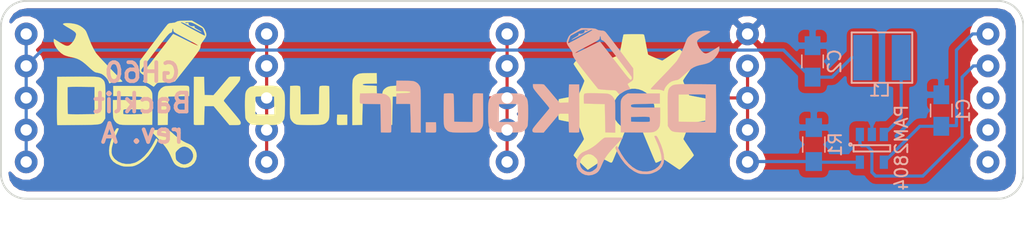
<source format=kicad_pcb>
(kicad_pcb (version 4) (host pcbnew 4.0.7+dfsg1-1)

  (general
    (links 29)
    (no_connects 0)
    (area 69.724999 99.024999 150.875001 114.875001)
    (thickness 1.6)
    (drawings 11)
    (tracks 56)
    (zones 0)
    (modules 13)
    (nets 7)
  )

  (page A4)
  (layers
    (0 F.Cu signal)
    (31 B.Cu signal)
    (32 B.Adhes user)
    (33 F.Adhes user)
    (34 B.Paste user)
    (35 F.Paste user)
    (36 B.SilkS user)
    (37 F.SilkS user)
    (38 B.Mask user)
    (39 F.Mask user)
    (40 Dwgs.User user)
    (41 Cmts.User user)
    (42 Eco1.User user)
    (43 Eco2.User user)
    (44 Edge.Cuts user)
    (45 Margin user)
    (46 B.CrtYd user)
    (47 F.CrtYd user)
    (48 B.Fab user)
    (49 F.Fab user)
  )

  (setup
    (last_trace_width 0.25)
    (trace_clearance 0.2)
    (zone_clearance 0.508)
    (zone_45_only no)
    (trace_min 0.2)
    (segment_width 0.2)
    (edge_width 0.15)
    (via_size 0.6)
    (via_drill 0.4)
    (via_min_size 0.4)
    (via_min_drill 0.3)
    (uvia_size 0.3)
    (uvia_drill 0.1)
    (uvias_allowed no)
    (uvia_min_size 0.2)
    (uvia_min_drill 0.1)
    (pcb_text_width 0.3)
    (pcb_text_size 1.5 1.5)
    (mod_edge_width 0.15)
    (mod_text_size 1 1)
    (mod_text_width 0.15)
    (pad_size 1.524 1.524)
    (pad_drill 0.762)
    (pad_to_mask_clearance 0.2)
    (aux_axis_origin 0 0)
    (grid_origin 71.8 106.8)
    (visible_elements FFFFFF7F)
    (pcbplotparams
      (layerselection 0x00030_80000001)
      (usegerberextensions false)
      (excludeedgelayer true)
      (linewidth 0.100000)
      (plotframeref false)
      (viasonmask false)
      (mode 1)
      (useauxorigin false)
      (hpglpennumber 1)
      (hpglpenspeed 20)
      (hpglpendiameter 15)
      (hpglpenoverlay 2)
      (psnegative false)
      (psa4output false)
      (plotreference true)
      (plotvalue true)
      (plotinvisibletext false)
      (padsonsilk false)
      (subtractmaskfromsilk false)
      (outputformat 1)
      (mirror false)
      (drillshape 1)
      (scaleselection 1)
      (outputdirectory ""))
  )

  (net 0 "")
  (net 1 LROW1)
  (net 2 LCOL1)
  (net 3 GND)
  (net 4 VCC)
  (net 5 GPIO2)
  (net 6 "Net-(L1-Pad1)")

  (net_class Default "This is the default net class."
    (clearance 0.2)
    (trace_width 0.25)
    (via_dia 0.6)
    (via_drill 0.4)
    (uvia_dia 0.3)
    (uvia_drill 0.1)
    (add_net GND)
    (add_net GPIO2)
    (add_net LCOL1)
    (add_net LROW1)
    (add_net "Net-(L1-Pad1)")
    (add_net VCC)
  )

  (module Footprint:darkou (layer B.Cu) (tedit 0) (tstamp 59FF8A6A)
    (at 112.5 107.1 180)
    (fp_text reference G*** (at 0 0 180) (layer B.SilkS) hide
      (effects (font (thickness 0.3)) (justify mirror))
    )
    (fp_text value LOGO (at 0.75 0 180) (layer B.SilkS) hide
      (effects (font (thickness 0.3)) (justify mirror))
    )
    (fp_poly (pts (xy -5.451669 -2.843509) (xy -5.276977 -2.847268) (xy -5.159984 -2.853774) (xy -5.125707 -2.858597)
      (xy -5.051786 -2.898211) (xy -4.937551 -2.983785) (xy -4.80175 -3.100618) (xy -4.723541 -3.173956)
      (xy -4.484862 -3.383789) (xy -4.221003 -3.580303) (xy -3.954558 -3.748587) (xy -3.708121 -3.873726)
      (xy -3.600815 -3.915009) (xy -3.344327 -4.03933) (xy -3.141009 -4.216282) (xy -2.994851 -4.432592)
      (xy -2.909839 -4.674987) (xy -2.889961 -4.930191) (xy -2.939205 -5.184931) (xy -3.061559 -5.425935)
      (xy -3.123048 -5.50535) (xy -3.333445 -5.689768) (xy -3.581231 -5.804588) (xy -3.851926 -5.847133)
      (xy -4.131054 -5.814726) (xy -4.351733 -5.732523) (xy -4.491408 -5.652162) (xy -4.602766 -5.557421)
      (xy -4.698924 -5.4313) (xy -4.792995 -5.256804) (xy -4.891396 -5.033103) (xy -4.991428 -4.805201)
      (xy -5.043083 -4.703082) (xy -4.569826 -4.703082) (xy -4.567953 -4.824765) (xy -4.561268 -4.923338)
      (xy -4.547376 -5.081567) (xy -4.525133 -5.183719) (xy -4.481672 -5.258262) (xy -4.404124 -5.333665)
      (xy -4.358252 -5.372474) (xy -4.153893 -5.514506) (xy -3.962916 -5.580041) (xy -3.768666 -5.571741)
      (xy -3.567816 -5.498806) (xy -3.371836 -5.364036) (xy -3.241902 -5.191064) (xy -3.177573 -4.994108)
      (xy -3.178408 -4.787386) (xy -3.243965 -4.585116) (xy -3.373803 -4.401515) (xy -3.567481 -4.250801)
      (xy -3.607231 -4.229213) (xy -3.818804 -4.160517) (xy -4.02505 -4.175083) (xy -4.227728 -4.273383)
      (xy -4.422008 -4.448553) (xy -4.505494 -4.544432) (xy -4.551886 -4.619456) (xy -4.569826 -4.703082)
      (xy -5.043083 -4.703082) (xy -5.095482 -4.599495) (xy -5.212423 -4.403847) (xy -5.351113 -4.206117)
      (xy -5.520416 -3.994167) (xy -5.729196 -3.755858) (xy -5.986314 -3.479053) (xy -6.155394 -3.302)
      (xy -6.582834 -2.8575) (xy -5.9055 -2.845398) (xy -5.666897 -2.842789) (xy -5.451669 -2.843509)) (layer B.SilkS) (width 0.01))
    (fp_poly (pts (xy -9.090299 -2.71995) (xy -9.06793 -2.729456) (xy -9.079089 -2.770388) (xy -9.119324 -2.870683)
      (xy -9.181515 -3.013164) (xy -9.22677 -3.112546) (xy -9.379012 -3.471116) (xy -9.502578 -3.821335)
      (xy -9.590436 -4.141423) (xy -9.630475 -4.362682) (xy -9.637938 -4.633275) (xy -9.581733 -4.860788)
      (xy -9.455281 -5.064665) (xy -9.357406 -5.169907) (xy -9.103226 -5.359368) (xy -8.807087 -5.484358)
      (xy -8.484021 -5.543023) (xy -8.149061 -5.533506) (xy -7.817236 -5.453953) (xy -7.644862 -5.381325)
      (xy -7.328091 -5.183218) (xy -7.019572 -4.907573) (xy -6.72554 -4.561496) (xy -6.452232 -4.152089)
      (xy -6.265726 -3.81) (xy -6.187286 -3.653486) (xy -6.136399 -3.561002) (xy -6.101674 -3.521398)
      (xy -6.071722 -3.523523) (xy -6.035152 -3.556229) (xy -6.021044 -3.57048) (xy -5.989681 -3.608817)
      (xy -5.980223 -3.653349) (xy -5.99704 -3.720938) (xy -6.044501 -3.828444) (xy -6.126973 -3.99273)
      (xy -6.133996 -4.006451) (xy -6.418585 -4.495361) (xy -6.733144 -4.910219) (xy -7.07565 -5.248814)
      (xy -7.44408 -5.508938) (xy -7.571943 -5.577647) (xy -7.73625 -5.654955) (xy -7.870612 -5.702817)
      (xy -8.008853 -5.729402) (xy -8.184798 -5.742877) (xy -8.270443 -5.746325) (xy -8.48582 -5.749089)
      (xy -8.651862 -5.736698) (xy -8.803214 -5.704761) (xy -8.938421 -5.661693) (xy -9.254188 -5.524423)
      (xy -9.495621 -5.356091) (xy -9.669613 -5.149525) (xy -9.783058 -4.897552) (xy -9.820969 -4.743255)
      (xy -9.838884 -4.47374) (xy -9.803606 -4.153183) (xy -9.718077 -3.793925) (xy -9.585241 -3.408307)
      (xy -9.408041 -3.008667) (xy -9.406561 -3.005666) (xy -9.323075 -2.845017) (xy -9.260918 -2.749863)
      (xy -9.209719 -2.707191) (xy -9.165167 -2.702774) (xy -9.090299 -2.71995)) (layer B.SilkS) (width 0.01))
    (fp_poly (pts (xy -11.292759 1.390238) (xy -11.058574 1.384468) (xy -10.874545 1.374185) (xy -10.732048 1.358596)
      (xy -10.622457 1.336908) (xy -10.537148 1.308331) (xy -10.467495 1.272071) (xy -10.404874 1.227337)
      (xy -10.376616 1.204169) (xy -10.307974 1.142032) (xy -10.252453 1.076758) (xy -10.208774 0.999141)
      (xy -10.175658 0.899972) (xy -10.151825 0.770044) (xy -10.135995 0.60015) (xy -10.12689 0.381083)
      (xy -10.123231 0.103635) (xy -10.123737 -0.241402) (xy -10.126499 -0.595958) (xy -10.138834 -1.932533)
      (xy -10.251473 -2.10265) (xy -10.305451 -2.182019) (xy -10.35806 -2.247575) (xy -10.417608 -2.300707)
      (xy -10.492403 -2.342805) (xy -10.590753 -2.37526) (xy -10.720967 -2.399461) (xy -10.891353 -2.4168)
      (xy -11.110218 -2.428667) (xy -11.385873 -2.436451) (xy -11.726624 -2.441543) (xy -12.14078 -2.445333)
      (xy -12.307139 -2.446629) (xy -13.925111 -2.459092) (xy -13.948731 -2.361962) (xy -13.953467 -2.300015)
      (xy -13.957345 -2.162674) (xy -13.960308 -1.959205) (xy -13.962298 -1.698878) (xy -13.963259 -1.390959)
      (xy -13.963132 -1.044718) (xy -13.961861 -0.669421) (xy -13.960593 -0.4445) (xy -13.954177 0.548721)
      (xy -13.123334 0.548721) (xy -13.123334 -0.50175) (xy -13.122213 -0.791879) (xy -13.119061 -1.053625)
      (xy -13.114195 -1.27519) (xy -13.107931 -1.444775) (xy -13.100585 -1.550581) (xy -13.094389 -1.581167)
      (xy -13.04572 -1.588726) (xy -12.924258 -1.594636) (xy -12.741862 -1.598703) (xy -12.510393 -1.600729)
      (xy -12.241712 -1.60052) (xy -12.025472 -1.598805) (xy -10.9855 -1.5875) (xy -10.9855 0.5715)
      (xy -11.959167 0.583444) (xy -12.243025 0.585889) (xy -12.502714 0.586166) (xy -12.724826 0.58442)
      (xy -12.895958 0.580793) (xy -13.002703 0.575427) (xy -13.028084 0.572054) (xy -13.123334 0.548721)
      (xy -13.954177 0.548721) (xy -13.948834 1.375834) (xy -12.3825 1.388384) (xy -11.946097 1.391404)
      (xy -11.585725 1.392285) (xy -11.292759 1.390238)) (layer B.SilkS) (width 0.01))
    (fp_poly (pts (xy -6.776307 0.550334) (xy -6.586292 0.397727) (xy -6.489939 0.256757) (xy -6.461677 0.201144)
      (xy -6.439487 0.147096) (xy -6.422738 0.084254) (xy -6.410799 0.002259) (xy -6.40304 -0.109246)
      (xy -6.398831 -0.260619) (xy -6.397539 -0.46222) (xy -6.398535 -0.724406) (xy -6.401188 -1.057537)
      (xy -6.402299 -1.182576) (xy -6.4135 -2.434166) (xy -7.641167 -2.44322) (xy -8.02468 -2.445099)
      (xy -8.332428 -2.444268) (xy -8.573279 -2.440415) (xy -8.7561 -2.433229) (xy -8.88976 -2.422397)
      (xy -8.983125 -2.407607) (xy -9.030386 -2.394328) (xy -9.221992 -2.298866) (xy -9.363037 -2.158684)
      (xy -9.444839 -2.023103) (xy -9.475355 -1.952848) (xy -9.497145 -1.870632) (xy -9.511606 -1.761513)
      (xy -9.520135 -1.610552) (xy -9.523584 -1.431058) (xy -8.719192 -1.431058) (xy -8.710811 -1.5338)
      (xy -8.69148 -1.581409) (xy -8.641492 -1.590365) (xy -8.521328 -1.596849) (xy -8.345451 -1.600521)
      (xy -8.128326 -1.601041) (xy -7.940063 -1.599048) (xy -7.217834 -1.5875) (xy -7.217834 -1.2065)
      (xy -7.934349 -1.194859) (xy -8.214847 -1.191931) (xy -8.420407 -1.193944) (xy -8.560642 -1.201441)
      (xy -8.645168 -1.214963) (xy -8.683597 -1.235052) (xy -8.685117 -1.237192) (xy -8.710377 -1.318623)
      (xy -8.719192 -1.431058) (xy -9.523584 -1.431058) (xy -9.524128 -1.402807) (xy -9.525 -1.165853)
      (xy -9.525 -0.465666) (xy -8.408351 -0.465666) (xy -8.066173 -0.465105) (xy -7.798983 -0.463053)
      (xy -7.597108 -0.458957) (xy -7.450875 -0.452264) (xy -7.35061 -0.44242) (xy -7.286641 -0.428872)
      (xy -7.249293 -0.411068) (xy -7.236056 -0.398618) (xy -7.203284 -0.31717) (xy -7.224858 -0.261034)
      (xy -7.246745 -0.239383) (xy -7.28848 -0.222092) (xy -7.359704 -0.2084) (xy -7.470057 -0.197547)
      (xy -7.629182 -0.188771) (xy -7.846718 -0.181312) (xy -8.132308 -0.174408) (xy -8.386569 -0.169333)
      (xy -9.503834 -0.148166) (xy -9.503834 0.656167) (xy -6.963834 0.656167) (xy -6.776307 0.550334)) (layer B.SilkS) (width 0.01))
    (fp_poly (pts (xy -3.771378 0.671819) (xy -3.653632 0.664466) (xy -3.578358 0.652282) (xy -3.535017 0.634735)
      (xy -3.519959 0.621415) (xy -3.490006 0.533362) (xy -3.478038 0.36378) (xy -3.480139 0.205187)
      (xy -3.4925 -0.148166) (xy -5.1435 -0.1905) (xy -5.185834 -2.434166) (xy -5.969 -2.45851)
      (xy -5.969 -1.19358) (xy -5.96882 -0.832742) (xy -5.967815 -0.546271) (xy -5.965288 -0.323866)
      (xy -5.960542 -0.155228) (xy -5.95288 -0.030056) (xy -5.941605 0.061948) (xy -5.92602 0.131087)
      (xy -5.905428 0.187658) (xy -5.879132 0.241963) (xy -5.870778 0.257925) (xy -5.723747 0.450197)
      (xy -5.585028 0.550334) (xy -5.519892 0.585291) (xy -5.456444 0.611801) (xy -5.381878 0.631259)
      (xy -5.283387 0.645061) (xy -5.148167 0.654603) (xy -4.963411 0.661279) (xy -4.716312 0.666486)
      (xy -4.484821 0.670229) (xy -4.176434 0.674167) (xy -3.942132 0.674875) (xy -3.771378 0.671819)) (layer B.SilkS) (width 0.01))
    (fp_poly (pts (xy 0.550333 1.234669) (xy 0.545516 1.171422) (xy 0.526205 1.106188) (xy 0.485108 1.027958)
      (xy 0.414934 0.925725) (xy 0.308392 0.788479) (xy 0.158192 0.605212) (xy 0.038635 0.462086)
      (xy -0.134695 0.255289) (xy -0.300101 0.057795) (xy -0.445575 -0.116048) (xy -0.559111 -0.251892)
      (xy -0.622673 -0.328134) (xy -0.706872 -0.435726) (xy -0.740925 -0.503954) (xy -0.732852 -0.554975)
      (xy -0.714612 -0.582134) (xy -0.670243 -0.636758) (xy -0.580962 -0.74487) (xy -0.456242 -0.895066)
      (xy -0.305553 -1.075941) (xy -0.138367 -1.276092) (xy -0.125758 -1.291166) (xy 0.090242 -1.549669)
      (xy 0.25794 -1.751777) (xy 0.383446 -1.905964) (xy 0.472871 -2.0207) (xy 0.532325 -2.104457)
      (xy 0.567919 -2.165708) (xy 0.585765 -2.212924) (xy 0.591972 -2.254578) (xy 0.592666 -2.287179)
      (xy 0.584808 -2.358408) (xy 0.552088 -2.406292) (xy 0.480787 -2.435351) (xy 0.357186 -2.450104)
      (xy 0.167565 -2.45507) (xy 0.082188 -2.455333) (xy -0.294366 -2.455333) (xy -0.921339 -1.703916)
      (xy -1.548312 -0.9525) (xy -2.264834 -0.9525) (xy -2.286 -1.693333) (xy -2.307167 -2.434166)
      (xy -2.699466 -2.446348) (xy -2.900662 -2.449018) (xy -3.029225 -2.441252) (xy -3.096679 -2.421869)
      (xy -3.112676 -2.404014) (xy -3.116801 -2.351454) (xy -3.120162 -2.22311) (xy -3.122714 -2.027863)
      (xy -3.124411 -1.774594) (xy -3.125207 -1.472182) (xy -3.125057 -1.129509) (xy -3.123915 -0.755454)
      (xy -3.122544 -0.486833) (xy -3.1115 1.375834) (xy -2.307167 1.375834) (xy -2.286 0.656167)
      (xy -2.264834 -0.0635) (xy -1.917678 -0.075761) (xy -1.570521 -0.088023) (xy -1.424184 0.072406)
      (xy -1.347053 0.159919) (xy -1.228963 0.29754) (xy -1.082825 0.470058) (xy -0.921552 0.662264)
      (xy -0.820853 0.783167) (xy -0.666773 0.967449) (xy -0.52948 1.129273) (xy -0.418874 1.257156)
      (xy -0.344861 1.339613) (xy -0.319513 1.364602) (xy -0.260246 1.378019) (xy -0.137161 1.388672)
      (xy 0.028901 1.395114) (xy 0.137583 1.396352) (xy 0.550333 1.397) (xy 0.550333 1.234669)) (layer B.SilkS) (width 0.01))
    (fp_poly (pts (xy 3.026433 0.672263) (xy 3.256163 0.660854) (xy 3.435329 0.638545) (xy 3.575245 0.603454)
      (xy 3.687224 0.553697) (xy 3.782579 0.487391) (xy 3.852456 0.42321) (xy 3.933133 0.33148)
      (xy 3.995666 0.229526) (xy 4.04194 0.106068) (xy 4.07384 -0.050171) (xy 4.093252 -0.250472)
      (xy 4.10206 -0.506111) (xy 4.102149 -0.828369) (xy 4.098927 -1.051469) (xy 4.091985 -1.364781)
      (xy 4.082012 -1.606312) (xy 4.066237 -1.788944) (xy 4.041888 -1.925561) (xy 4.006195 -2.029048)
      (xy 3.956385 -2.112288) (xy 3.889688 -2.188166) (xy 3.845194 -2.231062) (xy 3.763663 -2.300611)
      (xy 3.678583 -2.354189) (xy 3.577997 -2.393766) (xy 3.449947 -2.421312) (xy 3.282473 -2.438794)
      (xy 3.063618 -2.448183) (xy 2.781424 -2.451449) (xy 2.509609 -2.451011) (xy 2.206198 -2.447466)
      (xy 1.935598 -2.440187) (xy 1.710508 -2.429776) (xy 1.543629 -2.416831) (xy 1.44766 -2.401952)
      (xy 1.443308 -2.400659) (xy 1.272899 -2.309943) (xy 1.117606 -2.164709) (xy 1.005215 -1.993757)
      (xy 0.976113 -1.916382) (xy 0.962618 -1.825923) (xy 0.950755 -1.666422) (xy 0.941196 -1.453501)
      (xy 0.934608 -1.20278) (xy 0.932268 -0.985996) (xy 1.736771 -0.985996) (xy 1.738118 -1.189088)
      (xy 1.742437 -1.366759) (xy 1.749826 -1.500954) (xy 1.760383 -1.573615) (xy 1.763888 -1.580444)
      (xy 1.813496 -1.589652) (xy 1.93346 -1.597602) (xy 2.10947 -1.603765) (xy 2.327219 -1.607612)
      (xy 2.526912 -1.608666) (xy 3.261713 -1.608666) (xy 3.250106 -0.899583) (xy 3.2385 -0.1905)
      (xy 2.521985 -0.178859) (xy 2.241486 -0.175931) (xy 2.035927 -0.177944) (xy 1.895691 -0.185441)
      (xy 1.811166 -0.198963) (xy 1.772737 -0.219052) (xy 1.771216 -0.221192) (xy 1.759161 -0.280544)
      (xy 1.749591 -0.404757) (xy 1.742605 -0.575774) (xy 1.738299 -0.775539) (xy 1.736771 -0.985996)
      (xy 0.932268 -0.985996) (xy 0.931662 -0.929879) (xy 0.931569 -0.877056) (xy 0.933122 -0.543034)
      (xy 0.939402 -0.281349) (xy 0.952537 -0.079715) (xy 0.974657 0.074158) (xy 1.007889 0.192557)
      (xy 1.054363 0.287771) (xy 1.116207 0.372088) (xy 1.155603 0.416195) (xy 1.230933 0.491414)
      (xy 1.30675 0.549039) (xy 1.395577 0.591686) (xy 1.509936 0.621971) (xy 1.662348 0.64251)
      (xy 1.865334 0.655919) (xy 2.131418 0.664814) (xy 2.370028 0.66991) (xy 2.734826 0.674654)
      (xy 3.026433 0.672263)) (layer B.SilkS) (width 0.01))
    (fp_poly (pts (xy 5.211658 0.654749) (xy 5.274602 0.631595) (xy 5.293284 0.601619) (xy 5.307785 0.540398)
      (xy 5.318575 0.438888) (xy 5.326122 0.288048) (xy 5.330895 0.078832) (xy 5.333362 -0.197803)
      (xy 5.334 -0.514183) (xy 5.334 -1.610665) (xy 6.06425 -1.599082) (xy 6.7945 -1.5875)
      (xy 6.805781 -0.478881) (xy 6.80961 -0.14227) (xy 6.813898 0.11926) (xy 6.819365 0.315295)
      (xy 6.82673 0.455421) (xy 6.836714 0.549222) (xy 6.850035 0.606285) (xy 6.867413 0.636195)
      (xy 6.889569 0.648538) (xy 6.890447 0.648772) (xy 6.983853 0.661757) (xy 7.119998 0.667982)
      (xy 7.274147 0.667981) (xy 7.421566 0.662293) (xy 7.537523 0.651454) (xy 7.597284 0.636001)
      (xy 7.599841 0.633369) (xy 7.605726 0.583268) (xy 7.611359 0.459482) (xy 7.616503 0.272992)
      (xy 7.620921 0.034782) (xy 7.624376 -0.244168) (xy 7.626631 -0.552876) (xy 7.626937 -0.622142)
      (xy 7.627789 -1.000315) (xy 7.626275 -1.303887) (xy 7.621182 -1.542916) (xy 7.611299 -1.727461)
      (xy 7.595413 -1.867579) (xy 7.572314 -1.973329) (xy 7.540788 -2.054768) (xy 7.499624 -2.121956)
      (xy 7.447611 -2.184949) (xy 7.437263 -2.196334) (xy 7.357959 -2.275004) (xy 7.274102 -2.335922)
      (xy 7.174031 -2.381265) (xy 7.046082 -2.413212) (xy 6.878596 -2.43394) (xy 6.659909 -2.445627)
      (xy 6.378361 -2.450451) (xy 6.074833 -2.450764) (xy 5.795593 -2.44843) (xy 5.539126 -2.443425)
      (xy 5.319581 -2.436254) (xy 5.151106 -2.42742) (xy 5.047846 -2.41743) (xy 5.028834 -2.41349)
      (xy 4.815606 -2.306619) (xy 4.644467 -2.13372) (xy 4.574983 -2.016996) (xy 4.549412 -1.960558)
      (xy 4.529403 -1.902217) (xy 4.51439 -1.831553) (xy 4.503806 -1.738144) (xy 4.497084 -1.611573)
      (xy 4.493657 -1.441417) (xy 4.492958 -1.217258) (xy 4.49442 -0.928675) (xy 4.497266 -0.588542)
      (xy 4.5085 0.656167) (xy 4.861852 0.668529) (xy 5.068947 0.669054) (xy 5.211658 0.654749)) (layer B.SilkS) (width 0.01))
    (fp_poly (pts (xy 9.038166 -2.434166) (xy 8.645867 -2.446348) (xy 8.449432 -2.449359) (xy 8.323642 -2.442712)
      (xy 8.254868 -2.4249) (xy 8.231292 -2.400476) (xy 8.222423 -2.333263) (xy 8.218401 -2.205457)
      (xy 8.219795 -2.041024) (xy 8.221424 -1.986128) (xy 8.233833 -1.629833) (xy 9.038166 -1.629833)
      (xy 9.038166 -2.434166)) (layer B.SilkS) (width 0.01))
    (fp_poly (pts (xy 11.378601 1.260656) (xy 11.390702 0.849146) (xy 10.828268 0.837323) (xy 10.595459 0.830961)
      (xy 10.435071 0.822263) (xy 10.334861 0.809589) (xy 10.282587 0.791301) (xy 10.266006 0.765758)
      (xy 10.265833 0.762) (xy 10.279718 0.734855) (xy 10.329501 0.714692) (xy 10.427373 0.699634)
      (xy 10.585527 0.687807) (xy 10.816153 0.677334) (xy 10.816166 0.677334) (xy 11.3665 0.656167)
      (xy 11.390732 -0.169333) (xy 10.838866 -0.169333) (xy 10.632857 -0.170097) (xy 10.460407 -0.172188)
      (xy 10.337547 -0.175303) (xy 10.280311 -0.17914) (xy 10.278186 -0.179916) (xy 10.275012 -0.223307)
      (xy 10.270563 -0.340204) (xy 10.265154 -0.519461) (xy 10.259095 -0.749932) (xy 10.2527 -1.020473)
      (xy 10.246436 -1.312333) (xy 10.2235 -2.434166) (xy 9.831916 -2.446338) (xy 9.440333 -2.45851)
      (xy 9.440333 -0.68558) (xy 9.440403 -0.252002) (xy 9.440893 0.105254) (xy 9.442221 0.394533)
      (xy 9.444804 0.624177) (xy 9.449061 0.802533) (xy 9.45541 0.937943) (xy 9.464269 1.038754)
      (xy 9.476055 1.113308) (xy 9.491187 1.169951) (xy 9.510083 1.217027) (xy 9.533161 1.26288)
      (xy 9.538447 1.272887) (xy 9.659534 1.439018) (xy 9.831875 1.558935) (xy 9.912796 1.597359)
      (xy 9.993178 1.624804) (xy 10.089377 1.643289) (xy 10.217748 1.654838) (xy 10.394647 1.661468)
      (xy 10.636429 1.665203) (xy 10.696845 1.665807) (xy 11.3665 1.672167) (xy 11.378601 1.260656)) (layer B.SilkS) (width 0.01))
    (fp_poly (pts (xy 13.440833 0.667853) (xy 14.245166 0.656167) (xy 14.266333 0.30033) (xy 14.271821 0.117604)
      (xy 14.265621 -0.024517) (xy 14.248767 -0.105871) (xy 14.245166 -0.111882) (xy 14.20711 -0.133464)
      (xy 14.12334 -0.150124) (xy 13.984729 -0.16261) (xy 13.78215 -0.171666) (xy 13.506477 -0.17804)
      (xy 13.419666 -0.179378) (xy 12.6365 -0.1905) (xy 12.594166 -2.434166) (xy 12.201867 -2.446348)
      (xy 12.008164 -2.449578) (xy 11.884096 -2.443622) (xy 11.814961 -2.426756) (xy 11.78618 -2.397579)
      (xy 11.780632 -2.340924) (xy 11.776484 -2.210876) (xy 11.77382 -2.018699) (xy 11.772729 -1.775656)
      (xy 11.773297 -1.493012) (xy 11.77561 -1.182031) (xy 11.776312 -1.115398) (xy 11.78098 -0.736601)
      (xy 11.786949 -0.432513) (xy 11.796095 -0.193177) (xy 11.810296 -0.008639) (xy 11.831429 0.131059)
      (xy 11.861372 0.235871) (xy 11.902002 0.315754) (xy 11.955196 0.380664) (xy 12.022832 0.440557)
      (xy 12.077773 0.483302) (xy 12.178965 0.547963) (xy 12.299035 0.597119) (xy 12.449592 0.632345)
      (xy 12.642249 0.65521) (xy 12.888618 0.667288) (xy 13.200309 0.670151) (xy 13.440833 0.667853)) (layer B.SilkS) (width 0.01))
    (fp_poly (pts (xy -2.815167 5.579616) (xy -2.618579 5.465125) (xy -2.481402 5.378226) (xy -2.388582 5.306224)
      (xy -2.325063 5.236423) (xy -2.27579 5.156124) (xy -2.248926 5.102083) (xy -2.165411 4.909833)
      (xy -2.128115 4.759305) (xy -2.139967 4.625687) (xy -2.203892 4.484167) (xy -2.322819 4.309933)
      (xy -2.346058 4.278811) (xy -2.450625 4.130013) (xy -2.531491 3.996528) (xy -2.576749 3.898887)
      (xy -2.582334 3.871353) (xy -2.585973 3.793438) (xy -2.600125 3.715667) (xy -2.629638 3.630513)
      (xy -2.679363 3.530447) (xy -2.754148 3.407943) (xy -2.858844 3.255473) (xy -2.998299 3.06551)
      (xy -3.177364 2.830527) (xy -3.400888 2.542995) (xy -3.60938 2.277196) (xy -3.83109 1.995809)
      (xy -4.037193 1.735446) (xy -4.221664 1.503628) (xy -4.378477 1.307876) (xy -4.501605 1.155708)
      (xy -4.585024 1.054646) (xy -4.622707 1.012209) (xy -4.623477 1.011627) (xy -4.682245 0.997097)
      (xy -4.806907 0.980069) (xy -4.978789 0.962143) (xy -5.17922 0.944917) (xy -5.389526 0.929989)
      (xy -5.591033 0.918958) (xy -5.765069 0.913423) (xy -5.771664 0.913332) (xy -5.915125 0.907484)
      (xy -6.005975 0.885333) (xy -6.076234 0.833034) (xy -6.146187 0.751417) (xy -6.225831 0.659302)
      (xy -6.285037 0.603707) (xy -6.30119 0.595958) (xy -6.347849 0.619429) (xy -6.444056 0.677932)
      (xy -6.569291 0.758971) (xy -6.573535 0.761787) (xy -6.726326 0.850928) (xy -6.879803 0.920717)
      (xy -6.986285 0.952717) (xy -7.091173 0.976697) (xy -7.148994 1.002104) (xy -7.153013 1.009138)
      (xy -7.131788 1.058945) (xy -7.079518 1.153089) (xy -7.047396 1.2065) (xy -6.985547 1.312279)
      (xy -6.948041 1.386757) (xy -6.942884 1.403561) (xy -6.976141 1.438783) (xy -7.0616 1.498964)
      (xy -7.132389 1.542473) (xy -7.251833 1.623833) (xy -7.342749 1.706017) (xy -7.369052 1.741369)
      (xy -7.390862 1.830154) (xy -7.393977 1.871727) (xy -7.29091 1.871727) (xy -7.260529 1.78304)
      (xy -7.192455 1.736885) (xy -7.177672 1.735667) (xy -7.131937 1.76747) (xy -7.046151 1.854836)
      (xy -6.931207 1.985703) (xy -6.797999 2.14801) (xy -6.74759 2.211917) (xy -6.623376 2.371382)
      (xy -6.45812 2.584024) (xy -6.262542 2.836021) (xy -6.047365 3.11355) (xy -5.82331 3.402789)
      (xy -5.601097 3.689916) (xy -5.573703 3.725334) (xy -5.375036 3.982159) (xy -5.193397 4.21688)
      (xy -5.035158 4.42127) (xy -4.906693 4.5871) (xy -4.814374 4.706143) (xy -4.764573 4.770173)
      (xy -4.757716 4.778865) (xy -4.717827 4.765032) (xy -4.612948 4.717512) (xy -4.453405 4.641294)
      (xy -4.249522 4.541368) (xy -4.011626 4.422725) (xy -3.810092 4.320905) (xy -3.549204 4.190417)
      (xy -3.310491 4.07487) (xy -3.105109 3.979356) (xy -2.944217 3.908967) (xy -2.838972 3.868794)
      (xy -2.803401 3.861527) (xy -2.810817 3.885255) (xy -2.8855 3.940785) (xy -3.018748 4.022543)
      (xy -3.201854 4.12496) (xy -3.280834 4.167151) (xy -3.64671 4.360264) (xy -3.944947 4.517893)
      (xy -4.182551 4.644512) (xy -4.366528 4.744594) (xy -4.503883 4.822615) (xy -4.601622 4.883047)
      (xy -4.66675 4.930364) (xy -4.706273 4.969042) (xy -4.727197 5.003553) (xy -4.736527 5.038373)
      (xy -4.741269 5.077974) (xy -4.744215 5.101711) (xy -4.766376 5.195954) (xy -4.791595 5.209313)
      (xy -4.81604 5.14529) (xy -4.834764 5.018947) (xy -4.862934 4.922713) (xy -4.939916 4.871962)
      (xy -4.977656 4.860825) (xy -5.018429 4.842318) (xy -5.071385 4.801618) (xy -5.141359 4.732947)
      (xy -5.233185 4.630526) (xy -5.351698 4.488576) (xy -5.501732 4.301319) (xy -5.688123 4.062977)
      (xy -5.915703 3.76777) (xy -6.166208 3.440212) (xy -6.396098 3.138293) (xy -6.611014 2.854989)
      (xy -6.805263 2.597879) (xy -6.973156 2.374542) (xy -7.109003 2.192556) (xy -7.207112 2.0595)
      (xy -7.261795 1.982954) (xy -7.270379 1.969594) (xy -7.29091 1.871727) (xy -7.393977 1.871727)
      (xy -7.402553 1.986161) (xy -7.403018 2.192429) (xy -7.401581 2.240705) (xy -7.387167 2.652327)
      (xy -6.34127 4.047544) (xy -6.111744 4.352712) (xy -5.894387 4.639763) (xy -5.695208 4.9009)
      (xy -5.520219 5.128327) (xy -5.375428 5.314248) (xy -5.266848 5.450867) (xy -5.200489 5.530389)
      (xy -5.187414 5.544183) (xy -5.092839 5.610854) (xy -4.97356 5.642139) (xy -4.857478 5.648805)
      (xy -4.634386 5.679389) (xy -4.617813 5.687023) (xy -4.148667 5.687023) (xy -4.113145 5.656792)
      (xy -4.014672 5.594086) (xy -3.865392 5.505542) (xy -3.677447 5.397793) (xy -3.462977 5.277477)
      (xy -3.234127 5.151227) (xy -3.003038 5.025681) (xy -2.781852 4.907472) (xy -2.582712 4.803237)
      (xy -2.417759 4.719611) (xy -2.299136 4.66323) (xy -2.238985 4.640729) (xy -2.234672 4.64106)
      (xy -2.23308 4.687001) (xy -2.258099 4.789941) (xy -2.304409 4.928462) (xy -2.309442 4.94195)
      (xy -2.362714 5.081092) (xy -2.40373 5.183771) (xy -2.424255 5.22942) (xy -2.4248 5.230018)
      (xy -2.463216 5.251903) (xy -2.560665 5.306569) (xy -2.702187 5.385642) (xy -2.863838 5.475746)
      (xy -3.056161 5.580662) (xy -3.197063 5.649626) (xy -3.307844 5.690046) (xy -3.409804 5.70933)
      (xy -3.524243 5.714885) (xy -3.551754 5.715001) (xy -3.705893 5.707673) (xy -3.793662 5.687007)
      (xy -3.81 5.667956) (xy -3.772547 5.639833) (xy -3.665474 5.648025) (xy -3.570183 5.660677)
      (xy -3.536607 5.642699) (xy -3.542573 5.592443) (xy -3.524673 5.514817) (xy -3.446093 5.446474)
      (xy -3.330752 5.400026) (xy -3.20257 5.388083) (xy -3.164672 5.393216) (xy -3.07901 5.402815)
      (xy -3.056998 5.378364) (xy -3.06334 5.355086) (xy -3.070229 5.321249) (xy -3.05435 5.287651)
      (xy -3.003669 5.244686) (xy -2.90615 5.182744) (xy -2.749759 5.092218) (xy -2.695427 5.061373)
      (xy -2.587958 4.994726) (xy -2.523193 4.943182) (xy -2.513682 4.922875) (xy -2.556035 4.935198)
      (xy -2.660372 4.983036) (xy -2.814855 5.060448) (xy -3.007644 5.161496) (xy -3.226899 5.280238)
      (xy -3.236744 5.285652) (xy -3.535399 5.4479) (xy -3.767515 5.568885) (xy -3.938976 5.6512)
      (xy -4.055669 5.697434) (xy -4.123478 5.710177) (xy -4.148289 5.692021) (xy -4.148667 5.687023)
      (xy -4.617813 5.687023) (xy -4.510572 5.736419) (xy -4.44567 5.772437) (xy -4.364678 5.797702)
      (xy -4.250827 5.814621) (xy -4.087347 5.825599) (xy -3.857467 5.833044) (xy -3.833239 5.833616)
      (xy -3.280834 5.846398) (xy -2.815167 5.579616)) (layer B.SilkS) (width 0.01))
    (fp_poly (pts (xy -12.946758 5.632063) (xy -12.735137 5.607814) (xy -12.528041 5.569099) (xy -12.34288 5.516803)
      (xy -12.315641 5.506929) (xy -12.109682 5.406969) (xy -11.914518 5.272945) (xy -11.75488 5.124197)
      (xy -11.663823 4.997247) (xy -11.624214 4.90991) (xy -11.564418 4.765242) (xy -11.493414 4.585394)
      (xy -11.438146 4.440579) (xy -11.247133 3.971405) (xy -11.054159 3.573955) (xy -10.865752 3.259667)
      (xy -10.804499 3.182497) (xy -10.692269 3.053942) (xy -10.537395 2.883043) (xy -10.34821 2.678837)
      (xy -10.133046 2.450364) (xy -9.900237 2.206661) (xy -9.783335 2.085553) (xy -9.550781 1.844654)
      (xy -9.336546 1.621174) (xy -9.147951 1.42287) (xy -8.992314 1.257501) (xy -8.876958 1.132825)
      (xy -8.809202 1.0566) (xy -8.794685 1.037803) (xy -8.788124 1.007308) (xy -8.818929 0.98818)
      (xy -8.900697 0.977916) (xy -9.047024 0.974014) (xy -9.143257 0.973667) (xy -9.377031 0.965492)
      (xy -9.564686 0.942528) (xy -9.672268 0.913271) (xy -9.816816 0.852875) (xy -9.867009 1.004959)
      (xy -9.94907 1.164293) (xy -10.082616 1.333606) (xy -10.242748 1.486358) (xy -10.404563 1.596009)
      (xy -10.435167 1.610531) (xy -10.590505 1.66436) (xy -10.762715 1.705518) (xy -10.799974 1.711562)
      (xy -10.881714 1.727731) (xy -10.959016 1.757434) (xy -11.04507 1.809902) (xy -11.153064 1.89437)
      (xy -11.296188 2.02007) (xy -11.473247 2.18287) (xy -11.735153 2.416468) (xy -11.962664 2.594246)
      (xy -12.174329 2.726459) (xy -12.388695 2.823361) (xy -12.624311 2.895204) (xy -12.848167 2.942941)
      (xy -13.048211 2.988233) (xy -13.243151 3.046259) (xy -13.398579 3.106411) (xy -13.43127 3.122695)
      (xy -13.638614 3.263212) (xy -13.831345 3.445725) (xy -13.997326 3.653076) (xy -14.12442 3.868106)
      (xy -14.200492 4.073656) (xy -14.2157 4.231736) (xy -14.202834 4.393276) (xy -13.758334 4.113377)
      (xy -13.521374 3.969716) (xy -13.337679 3.876121) (xy -13.192905 3.83169) (xy -13.072709 3.835522)
      (xy -12.962747 3.886718) (xy -12.848675 3.984376) (xy -12.783914 4.052195) (xy -12.63274 4.249813)
      (xy -12.519064 4.464579) (xy -12.455306 4.670246) (xy -12.446001 4.766279) (xy -12.465083 4.84004)
      (xy -12.527759 4.921054) (xy -12.642167 5.015933) (xy -12.81645 5.131292) (xy -13.058748 5.273746)
      (xy -13.097609 5.295693) (xy -13.25998 5.391295) (xy -13.388885 5.47535) (xy -13.469879 5.537886)
      (xy -13.490262 5.566681) (xy -13.434655 5.609154) (xy -13.313928 5.633619) (xy -13.145492 5.640959)
      (xy -12.946758 5.632063)) (layer B.SilkS) (width 0.01))
  )

  (module Footprint:Inductor_Bourn_4mmx4mm (layer B.Cu) (tedit 56EAD789) (tstamp 59F0FC4D)
    (at 139.6 103.6 180)
    (path /59F0E354)
    (fp_text reference L1 (at 0.1778 -2.5654 180) (layer B.SilkS)
      (effects (font (size 1 1) (thickness 0.15)) (justify mirror))
    )
    (fp_text value 4.7uH (at 0 2.794 180) (layer Dwgs.User)
      (effects (font (size 1 1) (thickness 0.15)))
    )
    (fp_line (start -2.4 -2) (end -2.4 2) (layer B.SilkS) (width 0.15))
    (fp_line (start 2.4 -2) (end -2.4 -2) (layer B.SilkS) (width 0.15))
    (fp_line (start 2.4 2) (end 2.4 -2) (layer B.SilkS) (width 0.15))
    (fp_line (start -2.4 2) (end 2.4 2) (layer B.SilkS) (width 0.15))
    (pad 1 smd rect (at -1.525 0 180) (size 1.5 3.6) (layers B.Cu B.Paste B.Mask)
      (net 6 "Net-(L1-Pad1)"))
    (pad 2 smd rect (at 1.525 0 180) (size 1.5 3.6) (layers B.Cu B.Paste B.Mask)
      (net 1 LROW1))
  )

  (module Footprint:SOT-23-5 (layer B.Cu) (tedit 59F0FEE1) (tstamp 59F0FC65)
    (at 138.8 110.8 270)
    (descr "5-pin SOT23 package")
    (tags SOT-23-5)
    (path /59F0E2DC)
    (attr smd)
    (fp_text reference U1 (at 2.5908 -1.2573 360) (layer B.SilkS) hide
      (effects (font (size 1 1) (thickness 0.15)) (justify mirror))
    )
    (fp_text value PAM2804 (at -0.05 -2.35 270) (layer B.SilkS)
      (effects (font (size 1 1) (thickness 0.15)) (justify mirror))
    )
    (fp_circle (center -0.3 1.7) (end -0.2 1.7) (layer B.SilkS) (width 0.15))
    (fp_line (start 0.25 1.45) (end -0.25 1.45) (layer B.SilkS) (width 0.15))
    (fp_line (start 0.25 -1.45) (end 0.25 1.45) (layer B.SilkS) (width 0.15))
    (fp_line (start -0.25 -1.45) (end 0.25 -1.45) (layer B.SilkS) (width 0.15))
    (fp_line (start -0.25 1.45) (end -0.25 -1.45) (layer B.SilkS) (width 0.15))
    (pad 1 smd rect (at -1.1 0.95 270) (size 1.06 0.65) (layers B.Cu B.Paste B.Mask)
      (net 5 GPIO2))
    (pad 2 smd rect (at -1.1 0 270) (size 1.06 0.65) (layers B.Cu B.Paste B.Mask)
      (net 3 GND))
    (pad 3 smd rect (at -1.1 -0.95 270) (size 1.06 0.65) (layers B.Cu B.Paste B.Mask)
      (net 6 "Net-(L1-Pad1)"))
    (pad 4 smd rect (at 1.1 -0.95 270) (size 1.06 0.65) (layers B.Cu B.Paste B.Mask)
      (net 4 VCC))
    (pad 5 smd rect (at 1.1 0.95 270) (size 1.06 0.65) (layers B.Cu B.Paste B.Mask)
      (net 2 LCOL1))
    (model TO_SOT_Packages_SMD.3dshapes/SOT-23-5.wrl
      (at (xyz 0 0 0))
      (scale (xyz 1 1 1))
      (rotate (xyz 0 0 0))
    )
  )

  (module Footprint:5PIN_HEADER (layer F.Cu) (tedit 59F0F63C) (tstamp 59F10A7B)
    (at 71.8 106.8)
    (path /59F0F91D)
    (fp_text reference 5_PIN_HEADER0 (at 0 7.62) (layer F.SilkS) hide
      (effects (font (size 1 1) (thickness 0.25)))
    )
    (fp_text value 5_PIN_HEADER (at 0 -7.62) (layer F.Fab) hide
      (effects (font (size 1 1) (thickness 0.25)))
    )
    (pad 5 thru_hole circle (at 0 5.08) (size 1.8 1.8) (drill 0.9) (layers *.Cu *.Mask)
      (net 1 LROW1))
    (pad 4 thru_hole circle (at 0 2.54) (size 1.8 1.8) (drill 0.9) (layers *.Cu *.Mask)
      (net 1 LROW1))
    (pad 1 thru_hole circle (at 0 -5.08) (size 1.8 1.8) (drill 0.9) (layers *.Cu *.Mask)
      (net 1 LROW1))
    (pad 2 thru_hole circle (at 0 -2.54) (size 1.8 1.8) (drill 0.9) (layers *.Cu *.Mask)
      (net 1 LROW1))
    (pad 3 thru_hole circle (at 0 0) (size 1.8 1.8) (drill 0.9) (layers *.Cu *.Mask)
      (net 1 LROW1))
  )

  (module Footprint:5PIN_HEADER (layer F.Cu) (tedit 59F0F638) (tstamp 59F10A84)
    (at 90.85 106.8)
    (path /59F0F4BC)
    (fp_text reference 5_PIN_HEADER1 (at 0 7.62) (layer F.SilkS) hide
      (effects (font (size 1 1) (thickness 0.25)))
    )
    (fp_text value 5_PIN_HEADER (at 0 -7.62) (layer F.Fab) hide
      (effects (font (size 1 1) (thickness 0.25)))
    )
    (pad 5 thru_hole circle (at 0 5.08) (size 1.8 1.8) (drill 0.9) (layers *.Cu *.Mask)
      (net 2 LCOL1))
    (pad 4 thru_hole circle (at 0 2.54) (size 1.8 1.8) (drill 0.9) (layers *.Cu *.Mask)
      (net 2 LCOL1))
    (pad 1 thru_hole circle (at 0 -5.08) (size 1.8 1.8) (drill 0.9) (layers *.Cu *.Mask)
      (net 2 LCOL1))
    (pad 2 thru_hole circle (at 0 -2.54) (size 1.8 1.8) (drill 0.9) (layers *.Cu *.Mask)
      (net 2 LCOL1))
    (pad 3 thru_hole circle (at 0 0) (size 1.8 1.8) (drill 0.9) (layers *.Cu *.Mask)
      (net 2 LCOL1))
  )

  (module Footprint:5PIN_HEADER (layer F.Cu) (tedit 59F0F630) (tstamp 59F10A8D)
    (at 109.9 106.8)
    (path /59F0F224)
    (fp_text reference 5_PIN_HEADER2 (at 0 7.62) (layer F.SilkS) hide
      (effects (font (size 1 1) (thickness 0.25)))
    )
    (fp_text value 5_PIN_HEADER (at 0 -7.62) (layer F.Fab) hide
      (effects (font (size 1 1) (thickness 0.25)))
    )
    (pad 5 thru_hole circle (at 0 5.08) (size 1.8 1.8) (drill 0.9) (layers *.Cu *.Mask)
      (net 2 LCOL1))
    (pad 4 thru_hole circle (at 0 2.54) (size 1.8 1.8) (drill 0.9) (layers *.Cu *.Mask)
      (net 2 LCOL1))
    (pad 1 thru_hole circle (at 0 -5.08) (size 1.8 1.8) (drill 0.9) (layers *.Cu *.Mask)
      (net 2 LCOL1))
    (pad 2 thru_hole circle (at 0 -2.54) (size 1.8 1.8) (drill 0.9) (layers *.Cu *.Mask)
      (net 2 LCOL1))
    (pad 3 thru_hole circle (at 0 0) (size 1.8 1.8) (drill 0.9) (layers *.Cu *.Mask)
      (net 2 LCOL1))
  )

  (module Footprint:5PIN_HEADER (layer F.Cu) (tedit 59F0F60B) (tstamp 59F10A96)
    (at 128.95 106.8)
    (path /59F0EDCC)
    (fp_text reference 5_PIN_HEADER3 (at 0 7.62) (layer F.SilkS) hide
      (effects (font (size 1 1) (thickness 0.25)))
    )
    (fp_text value 5_PIN_HEADER (at 0 -7.62) (layer F.Fab) hide
      (effects (font (size 1 1) (thickness 0.25)))
    )
    (pad 5 thru_hole circle (at 0 5.08) (size 1.8 1.8) (drill 0.9) (layers *.Cu *.Mask)
      (net 2 LCOL1))
    (pad 4 thru_hole circle (at 0 2.54) (size 1.8 1.8) (drill 0.9) (layers *.Cu *.Mask)
      (net 2 LCOL1))
    (pad 1 thru_hole circle (at 0 -5.08) (size 1.8 1.8) (drill 0.9) (layers *.Cu *.Mask)
      (net 3 GND))
    (pad 2 thru_hole circle (at 0 -2.54) (size 1.8 1.8) (drill 0.9) (layers *.Cu *.Mask)
      (net 2 LCOL1))
    (pad 3 thru_hole circle (at 0 0) (size 1.8 1.8) (drill 0.9) (layers *.Cu *.Mask)
      (net 2 LCOL1))
  )

  (module Footprint:5PIN_HEADER (layer F.Cu) (tedit 59F0F5FC) (tstamp 59F10A9F)
    (at 148 106.8)
    (path /59F0E9FC)
    (fp_text reference 5_PIN_HEADER4 (at 0 7.62) (layer F.SilkS) hide
      (effects (font (size 1 1) (thickness 0.25)))
    )
    (fp_text value 5_PIN_HEADER (at 0 -7.62) (layer F.Fab) hide
      (effects (font (size 1 1) (thickness 0.25)))
    )
    (pad 5 thru_hole circle (at 0 5.08) (size 1.8 1.8) (drill 0.9) (layers *.Cu *.Mask))
    (pad 4 thru_hole circle (at 0 2.54) (size 1.8 1.8) (drill 0.9) (layers *.Cu *.Mask))
    (pad 1 thru_hole circle (at 0 -5.08) (size 1.8 1.8) (drill 0.9) (layers *.Cu *.Mask)
      (net 4 VCC))
    (pad 2 thru_hole circle (at 0 -2.54) (size 1.8 1.8) (drill 0.9) (layers *.Cu *.Mask)
      (net 5 GPIO2))
    (pad 3 thru_hole circle (at 0 0) (size 1.8 1.8) (drill 0.9) (layers *.Cu *.Mask))
  )

  (module Capacitors_SMD:C_0805_HandSoldering (layer B.Cu) (tedit 58AA84A8) (tstamp 59F11764)
    (at 144.3 107.8 90)
    (descr "Capacitor SMD 0805, hand soldering")
    (tags "capacitor 0805")
    (path /59F0E39F)
    (attr smd)
    (fp_text reference C1 (at 0 1.75 90) (layer B.SilkS)
      (effects (font (size 1 1) (thickness 0.15)) (justify mirror))
    )
    (fp_text value 10uF (at 0 -1.75 90) (layer B.Fab)
      (effects (font (size 1 1) (thickness 0.15)) (justify mirror))
    )
    (fp_text user %R (at 0 1.75 90) (layer B.Fab)
      (effects (font (size 1 1) (thickness 0.15)) (justify mirror))
    )
    (fp_line (start -1 -0.62) (end -1 0.62) (layer B.Fab) (width 0.1))
    (fp_line (start 1 -0.62) (end -1 -0.62) (layer B.Fab) (width 0.1))
    (fp_line (start 1 0.62) (end 1 -0.62) (layer B.Fab) (width 0.1))
    (fp_line (start -1 0.62) (end 1 0.62) (layer B.Fab) (width 0.1))
    (fp_line (start 0.5 0.85) (end -0.5 0.85) (layer B.SilkS) (width 0.12))
    (fp_line (start -0.5 -0.85) (end 0.5 -0.85) (layer B.SilkS) (width 0.12))
    (fp_line (start -2.25 0.88) (end 2.25 0.88) (layer B.CrtYd) (width 0.05))
    (fp_line (start -2.25 0.88) (end -2.25 -0.87) (layer B.CrtYd) (width 0.05))
    (fp_line (start 2.25 -0.87) (end 2.25 0.88) (layer B.CrtYd) (width 0.05))
    (fp_line (start 2.25 -0.87) (end -2.25 -0.87) (layer B.CrtYd) (width 0.05))
    (pad 1 smd rect (at -1.25 0 90) (size 1.5 1.25) (layers B.Cu B.Paste B.Mask)
      (net 4 VCC))
    (pad 2 smd rect (at 1.25 0 90) (size 1.5 1.25) (layers B.Cu B.Paste B.Mask)
      (net 3 GND))
    (model Capacitors_SMD.3dshapes/C_0805.wrl
      (at (xyz 0 0 0))
      (scale (xyz 1 1 1))
      (rotate (xyz 0 0 0))
    )
  )

  (module Capacitors_SMD:C_0805_HandSoldering (layer B.Cu) (tedit 58AA84A8) (tstamp 59F11769)
    (at 134.1 103.9 90)
    (descr "Capacitor SMD 0805, hand soldering")
    (tags "capacitor 0805")
    (path /59F0E3FF)
    (attr smd)
    (fp_text reference C2 (at 0 1.75 90) (layer B.SilkS)
      (effects (font (size 1 1) (thickness 0.15)) (justify mirror))
    )
    (fp_text value 10uF (at 0 -1.75 90) (layer B.Fab)
      (effects (font (size 1 1) (thickness 0.15)) (justify mirror))
    )
    (fp_text user %R (at 0 1.75 90) (layer B.Fab)
      (effects (font (size 1 1) (thickness 0.15)) (justify mirror))
    )
    (fp_line (start -1 -0.62) (end -1 0.62) (layer B.Fab) (width 0.1))
    (fp_line (start 1 -0.62) (end -1 -0.62) (layer B.Fab) (width 0.1))
    (fp_line (start 1 0.62) (end 1 -0.62) (layer B.Fab) (width 0.1))
    (fp_line (start -1 0.62) (end 1 0.62) (layer B.Fab) (width 0.1))
    (fp_line (start 0.5 0.85) (end -0.5 0.85) (layer B.SilkS) (width 0.12))
    (fp_line (start -0.5 -0.85) (end 0.5 -0.85) (layer B.SilkS) (width 0.12))
    (fp_line (start -2.25 0.88) (end 2.25 0.88) (layer B.CrtYd) (width 0.05))
    (fp_line (start -2.25 0.88) (end -2.25 -0.87) (layer B.CrtYd) (width 0.05))
    (fp_line (start 2.25 -0.87) (end 2.25 0.88) (layer B.CrtYd) (width 0.05))
    (fp_line (start 2.25 -0.87) (end -2.25 -0.87) (layer B.CrtYd) (width 0.05))
    (pad 1 smd rect (at -1.25 0 90) (size 1.5 1.25) (layers B.Cu B.Paste B.Mask)
      (net 1 LROW1))
    (pad 2 smd rect (at 1.25 0 90) (size 1.5 1.25) (layers B.Cu B.Paste B.Mask)
      (net 3 GND))
    (model Capacitors_SMD.3dshapes/C_0805.wrl
      (at (xyz 0 0 0))
      (scale (xyz 1 1 1))
      (rotate (xyz 0 0 0))
    )
  )

  (module Resistors_SMD:R_0805_HandSoldering (layer B.Cu) (tedit 58E0A804) (tstamp 59F1176E)
    (at 134.2 110.5 90)
    (descr "Resistor SMD 0805, hand soldering")
    (tags "resistor 0805")
    (path /59F0E43C)
    (attr smd)
    (fp_text reference R1 (at 0 1.7 90) (layer B.SilkS)
      (effects (font (size 1 1) (thickness 0.15)) (justify mirror))
    )
    (fp_text value R (at 0 -1.75 90) (layer B.Fab)
      (effects (font (size 1 1) (thickness 0.15)) (justify mirror))
    )
    (fp_text user %R (at 0 0 90) (layer B.Fab)
      (effects (font (size 0.5 0.5) (thickness 0.075)) (justify mirror))
    )
    (fp_line (start -1 -0.62) (end -1 0.62) (layer B.Fab) (width 0.1))
    (fp_line (start 1 -0.62) (end -1 -0.62) (layer B.Fab) (width 0.1))
    (fp_line (start 1 0.62) (end 1 -0.62) (layer B.Fab) (width 0.1))
    (fp_line (start -1 0.62) (end 1 0.62) (layer B.Fab) (width 0.1))
    (fp_line (start 0.6 -0.88) (end -0.6 -0.88) (layer B.SilkS) (width 0.12))
    (fp_line (start -0.6 0.88) (end 0.6 0.88) (layer B.SilkS) (width 0.12))
    (fp_line (start -2.35 0.9) (end 2.35 0.9) (layer B.CrtYd) (width 0.05))
    (fp_line (start -2.35 0.9) (end -2.35 -0.9) (layer B.CrtYd) (width 0.05))
    (fp_line (start 2.35 -0.9) (end 2.35 0.9) (layer B.CrtYd) (width 0.05))
    (fp_line (start 2.35 -0.9) (end -2.35 -0.9) (layer B.CrtYd) (width 0.05))
    (pad 1 smd rect (at -1.35 0 90) (size 1.5 1.3) (layers B.Cu B.Paste B.Mask)
      (net 2 LCOL1))
    (pad 2 smd rect (at 1.35 0 90) (size 1.5 1.3) (layers B.Cu B.Paste B.Mask)
      (net 3 GND))
    (model ${KISYS3DMOD}/Resistors_SMD.3dshapes/R_0805.wrl
      (at (xyz 0 0 0))
      (scale (xyz 1 1 1))
      (rotate (xyz 0 0 0))
    )
  )

  (module Footprint:darkou (layer F.Cu) (tedit 0) (tstamp 59FF8A58)
    (at 88.2 106.5)
    (fp_text reference G*** (at 0 0) (layer F.SilkS) hide
      (effects (font (thickness 0.3)))
    )
    (fp_text value LOGO (at 0.75 0) (layer F.SilkS) hide
      (effects (font (thickness 0.3)))
    )
    (fp_poly (pts (xy -5.451669 2.843509) (xy -5.276977 2.847268) (xy -5.159984 2.853774) (xy -5.125707 2.858597)
      (xy -5.051786 2.898211) (xy -4.937551 2.983785) (xy -4.80175 3.100618) (xy -4.723541 3.173956)
      (xy -4.484862 3.383789) (xy -4.221003 3.580303) (xy -3.954558 3.748587) (xy -3.708121 3.873726)
      (xy -3.600815 3.915009) (xy -3.344327 4.03933) (xy -3.141009 4.216282) (xy -2.994851 4.432592)
      (xy -2.909839 4.674987) (xy -2.889961 4.930191) (xy -2.939205 5.184931) (xy -3.061559 5.425935)
      (xy -3.123048 5.50535) (xy -3.333445 5.689768) (xy -3.581231 5.804588) (xy -3.851926 5.847133)
      (xy -4.131054 5.814726) (xy -4.351733 5.732523) (xy -4.491408 5.652162) (xy -4.602766 5.557421)
      (xy -4.698924 5.4313) (xy -4.792995 5.256804) (xy -4.891396 5.033103) (xy -4.991428 4.805201)
      (xy -5.043083 4.703082) (xy -4.569826 4.703082) (xy -4.567953 4.824765) (xy -4.561268 4.923338)
      (xy -4.547376 5.081567) (xy -4.525133 5.183719) (xy -4.481672 5.258262) (xy -4.404124 5.333665)
      (xy -4.358252 5.372474) (xy -4.153893 5.514506) (xy -3.962916 5.580041) (xy -3.768666 5.571741)
      (xy -3.567816 5.498806) (xy -3.371836 5.364036) (xy -3.241902 5.191064) (xy -3.177573 4.994108)
      (xy -3.178408 4.787386) (xy -3.243965 4.585116) (xy -3.373803 4.401515) (xy -3.567481 4.250801)
      (xy -3.607231 4.229213) (xy -3.818804 4.160517) (xy -4.02505 4.175083) (xy -4.227728 4.273383)
      (xy -4.422008 4.448553) (xy -4.505494 4.544432) (xy -4.551886 4.619456) (xy -4.569826 4.703082)
      (xy -5.043083 4.703082) (xy -5.095482 4.599495) (xy -5.212423 4.403847) (xy -5.351113 4.206117)
      (xy -5.520416 3.994167) (xy -5.729196 3.755858) (xy -5.986314 3.479053) (xy -6.155394 3.302)
      (xy -6.582834 2.8575) (xy -5.9055 2.845398) (xy -5.666897 2.842789) (xy -5.451669 2.843509)) (layer F.SilkS) (width 0.01))
    (fp_poly (pts (xy -9.090299 2.71995) (xy -9.06793 2.729456) (xy -9.079089 2.770388) (xy -9.119324 2.870683)
      (xy -9.181515 3.013164) (xy -9.22677 3.112546) (xy -9.379012 3.471116) (xy -9.502578 3.821335)
      (xy -9.590436 4.141423) (xy -9.630475 4.362682) (xy -9.637938 4.633275) (xy -9.581733 4.860788)
      (xy -9.455281 5.064665) (xy -9.357406 5.169907) (xy -9.103226 5.359368) (xy -8.807087 5.484358)
      (xy -8.484021 5.543023) (xy -8.149061 5.533506) (xy -7.817236 5.453953) (xy -7.644862 5.381325)
      (xy -7.328091 5.183218) (xy -7.019572 4.907573) (xy -6.72554 4.561496) (xy -6.452232 4.152089)
      (xy -6.265726 3.81) (xy -6.187286 3.653486) (xy -6.136399 3.561002) (xy -6.101674 3.521398)
      (xy -6.071722 3.523523) (xy -6.035152 3.556229) (xy -6.021044 3.57048) (xy -5.989681 3.608817)
      (xy -5.980223 3.653349) (xy -5.99704 3.720938) (xy -6.044501 3.828444) (xy -6.126973 3.99273)
      (xy -6.133996 4.006451) (xy -6.418585 4.495361) (xy -6.733144 4.910219) (xy -7.07565 5.248814)
      (xy -7.44408 5.508938) (xy -7.571943 5.577647) (xy -7.73625 5.654955) (xy -7.870612 5.702817)
      (xy -8.008853 5.729402) (xy -8.184798 5.742877) (xy -8.270443 5.746325) (xy -8.48582 5.749089)
      (xy -8.651862 5.736698) (xy -8.803214 5.704761) (xy -8.938421 5.661693) (xy -9.254188 5.524423)
      (xy -9.495621 5.356091) (xy -9.669613 5.149525) (xy -9.783058 4.897552) (xy -9.820969 4.743255)
      (xy -9.838884 4.47374) (xy -9.803606 4.153183) (xy -9.718077 3.793925) (xy -9.585241 3.408307)
      (xy -9.408041 3.008667) (xy -9.406561 3.005666) (xy -9.323075 2.845017) (xy -9.260918 2.749863)
      (xy -9.209719 2.707191) (xy -9.165167 2.702774) (xy -9.090299 2.71995)) (layer F.SilkS) (width 0.01))
    (fp_poly (pts (xy -11.292759 -1.390238) (xy -11.058574 -1.384468) (xy -10.874545 -1.374185) (xy -10.732048 -1.358596)
      (xy -10.622457 -1.336908) (xy -10.537148 -1.308331) (xy -10.467495 -1.272071) (xy -10.404874 -1.227337)
      (xy -10.376616 -1.204169) (xy -10.307974 -1.142032) (xy -10.252453 -1.076758) (xy -10.208774 -0.999141)
      (xy -10.175658 -0.899972) (xy -10.151825 -0.770044) (xy -10.135995 -0.60015) (xy -10.12689 -0.381083)
      (xy -10.123231 -0.103635) (xy -10.123737 0.241402) (xy -10.126499 0.595958) (xy -10.138834 1.932533)
      (xy -10.251473 2.10265) (xy -10.305451 2.182019) (xy -10.35806 2.247575) (xy -10.417608 2.300707)
      (xy -10.492403 2.342805) (xy -10.590753 2.37526) (xy -10.720967 2.399461) (xy -10.891353 2.4168)
      (xy -11.110218 2.428667) (xy -11.385873 2.436451) (xy -11.726624 2.441543) (xy -12.14078 2.445333)
      (xy -12.307139 2.446629) (xy -13.925111 2.459092) (xy -13.948731 2.361962) (xy -13.953467 2.300015)
      (xy -13.957345 2.162674) (xy -13.960308 1.959205) (xy -13.962298 1.698878) (xy -13.963259 1.390959)
      (xy -13.963132 1.044718) (xy -13.961861 0.669421) (xy -13.960593 0.4445) (xy -13.954177 -0.548721)
      (xy -13.123334 -0.548721) (xy -13.123334 0.50175) (xy -13.122213 0.791879) (xy -13.119061 1.053625)
      (xy -13.114195 1.27519) (xy -13.107931 1.444775) (xy -13.100585 1.550581) (xy -13.094389 1.581167)
      (xy -13.04572 1.588726) (xy -12.924258 1.594636) (xy -12.741862 1.598703) (xy -12.510393 1.600729)
      (xy -12.241712 1.60052) (xy -12.025472 1.598805) (xy -10.9855 1.5875) (xy -10.9855 -0.5715)
      (xy -11.959167 -0.583444) (xy -12.243025 -0.585889) (xy -12.502714 -0.586166) (xy -12.724826 -0.58442)
      (xy -12.895958 -0.580793) (xy -13.002703 -0.575427) (xy -13.028084 -0.572054) (xy -13.123334 -0.548721)
      (xy -13.954177 -0.548721) (xy -13.948834 -1.375834) (xy -12.3825 -1.388384) (xy -11.946097 -1.391404)
      (xy -11.585725 -1.392285) (xy -11.292759 -1.390238)) (layer F.SilkS) (width 0.01))
    (fp_poly (pts (xy -6.776307 -0.550334) (xy -6.586292 -0.397727) (xy -6.489939 -0.256757) (xy -6.461677 -0.201144)
      (xy -6.439487 -0.147096) (xy -6.422738 -0.084254) (xy -6.410799 -0.002259) (xy -6.40304 0.109246)
      (xy -6.398831 0.260619) (xy -6.397539 0.46222) (xy -6.398535 0.724406) (xy -6.401188 1.057537)
      (xy -6.402299 1.182576) (xy -6.4135 2.434166) (xy -7.641167 2.44322) (xy -8.02468 2.445099)
      (xy -8.332428 2.444268) (xy -8.573279 2.440415) (xy -8.7561 2.433229) (xy -8.88976 2.422397)
      (xy -8.983125 2.407607) (xy -9.030386 2.394328) (xy -9.221992 2.298866) (xy -9.363037 2.158684)
      (xy -9.444839 2.023103) (xy -9.475355 1.952848) (xy -9.497145 1.870632) (xy -9.511606 1.761513)
      (xy -9.520135 1.610552) (xy -9.523584 1.431058) (xy -8.719192 1.431058) (xy -8.710811 1.5338)
      (xy -8.69148 1.581409) (xy -8.641492 1.590365) (xy -8.521328 1.596849) (xy -8.345451 1.600521)
      (xy -8.128326 1.601041) (xy -7.940063 1.599048) (xy -7.217834 1.5875) (xy -7.217834 1.2065)
      (xy -7.934349 1.194859) (xy -8.214847 1.191931) (xy -8.420407 1.193944) (xy -8.560642 1.201441)
      (xy -8.645168 1.214963) (xy -8.683597 1.235052) (xy -8.685117 1.237192) (xy -8.710377 1.318623)
      (xy -8.719192 1.431058) (xy -9.523584 1.431058) (xy -9.524128 1.402807) (xy -9.525 1.165853)
      (xy -9.525 0.465666) (xy -8.408351 0.465666) (xy -8.066173 0.465105) (xy -7.798983 0.463053)
      (xy -7.597108 0.458957) (xy -7.450875 0.452264) (xy -7.35061 0.44242) (xy -7.286641 0.428872)
      (xy -7.249293 0.411068) (xy -7.236056 0.398618) (xy -7.203284 0.31717) (xy -7.224858 0.261034)
      (xy -7.246745 0.239383) (xy -7.28848 0.222092) (xy -7.359704 0.2084) (xy -7.470057 0.197547)
      (xy -7.629182 0.188771) (xy -7.846718 0.181312) (xy -8.132308 0.174408) (xy -8.386569 0.169333)
      (xy -9.503834 0.148166) (xy -9.503834 -0.656167) (xy -6.963834 -0.656167) (xy -6.776307 -0.550334)) (layer F.SilkS) (width 0.01))
    (fp_poly (pts (xy -3.771378 -0.671819) (xy -3.653632 -0.664466) (xy -3.578358 -0.652282) (xy -3.535017 -0.634735)
      (xy -3.519959 -0.621415) (xy -3.490006 -0.533362) (xy -3.478038 -0.36378) (xy -3.480139 -0.205187)
      (xy -3.4925 0.148166) (xy -5.1435 0.1905) (xy -5.185834 2.434166) (xy -5.969 2.45851)
      (xy -5.969 1.19358) (xy -5.96882 0.832742) (xy -5.967815 0.546271) (xy -5.965288 0.323866)
      (xy -5.960542 0.155228) (xy -5.95288 0.030056) (xy -5.941605 -0.061948) (xy -5.92602 -0.131087)
      (xy -5.905428 -0.187658) (xy -5.879132 -0.241963) (xy -5.870778 -0.257925) (xy -5.723747 -0.450197)
      (xy -5.585028 -0.550334) (xy -5.519892 -0.585291) (xy -5.456444 -0.611801) (xy -5.381878 -0.631259)
      (xy -5.283387 -0.645061) (xy -5.148167 -0.654603) (xy -4.963411 -0.661279) (xy -4.716312 -0.666486)
      (xy -4.484821 -0.670229) (xy -4.176434 -0.674167) (xy -3.942132 -0.674875) (xy -3.771378 -0.671819)) (layer F.SilkS) (width 0.01))
    (fp_poly (pts (xy 0.550333 -1.234669) (xy 0.545516 -1.171422) (xy 0.526205 -1.106188) (xy 0.485108 -1.027958)
      (xy 0.414934 -0.925725) (xy 0.308392 -0.788479) (xy 0.158192 -0.605212) (xy 0.038635 -0.462086)
      (xy -0.134695 -0.255289) (xy -0.300101 -0.057795) (xy -0.445575 0.116048) (xy -0.559111 0.251892)
      (xy -0.622673 0.328134) (xy -0.706872 0.435726) (xy -0.740925 0.503954) (xy -0.732852 0.554975)
      (xy -0.714612 0.582134) (xy -0.670243 0.636758) (xy -0.580962 0.74487) (xy -0.456242 0.895066)
      (xy -0.305553 1.075941) (xy -0.138367 1.276092) (xy -0.125758 1.291166) (xy 0.090242 1.549669)
      (xy 0.25794 1.751777) (xy 0.383446 1.905964) (xy 0.472871 2.0207) (xy 0.532325 2.104457)
      (xy 0.567919 2.165708) (xy 0.585765 2.212924) (xy 0.591972 2.254578) (xy 0.592666 2.287179)
      (xy 0.584808 2.358408) (xy 0.552088 2.406292) (xy 0.480787 2.435351) (xy 0.357186 2.450104)
      (xy 0.167565 2.45507) (xy 0.082188 2.455333) (xy -0.294366 2.455333) (xy -0.921339 1.703916)
      (xy -1.548312 0.9525) (xy -2.264834 0.9525) (xy -2.286 1.693333) (xy -2.307167 2.434166)
      (xy -2.699466 2.446348) (xy -2.900662 2.449018) (xy -3.029225 2.441252) (xy -3.096679 2.421869)
      (xy -3.112676 2.404014) (xy -3.116801 2.351454) (xy -3.120162 2.22311) (xy -3.122714 2.027863)
      (xy -3.124411 1.774594) (xy -3.125207 1.472182) (xy -3.125057 1.129509) (xy -3.123915 0.755454)
      (xy -3.122544 0.486833) (xy -3.1115 -1.375834) (xy -2.307167 -1.375834) (xy -2.286 -0.656167)
      (xy -2.264834 0.0635) (xy -1.917678 0.075761) (xy -1.570521 0.088023) (xy -1.424184 -0.072406)
      (xy -1.347053 -0.159919) (xy -1.228963 -0.29754) (xy -1.082825 -0.470058) (xy -0.921552 -0.662264)
      (xy -0.820853 -0.783167) (xy -0.666773 -0.967449) (xy -0.52948 -1.129273) (xy -0.418874 -1.257156)
      (xy -0.344861 -1.339613) (xy -0.319513 -1.364602) (xy -0.260246 -1.378019) (xy -0.137161 -1.388672)
      (xy 0.028901 -1.395114) (xy 0.137583 -1.396352) (xy 0.550333 -1.397) (xy 0.550333 -1.234669)) (layer F.SilkS) (width 0.01))
    (fp_poly (pts (xy 3.026433 -0.672263) (xy 3.256163 -0.660854) (xy 3.435329 -0.638545) (xy 3.575245 -0.603454)
      (xy 3.687224 -0.553697) (xy 3.782579 -0.487391) (xy 3.852456 -0.42321) (xy 3.933133 -0.33148)
      (xy 3.995666 -0.229526) (xy 4.04194 -0.106068) (xy 4.07384 0.050171) (xy 4.093252 0.250472)
      (xy 4.10206 0.506111) (xy 4.102149 0.828369) (xy 4.098927 1.051469) (xy 4.091985 1.364781)
      (xy 4.082012 1.606312) (xy 4.066237 1.788944) (xy 4.041888 1.925561) (xy 4.006195 2.029048)
      (xy 3.956385 2.112288) (xy 3.889688 2.188166) (xy 3.845194 2.231062) (xy 3.763663 2.300611)
      (xy 3.678583 2.354189) (xy 3.577997 2.393766) (xy 3.449947 2.421312) (xy 3.282473 2.438794)
      (xy 3.063618 2.448183) (xy 2.781424 2.451449) (xy 2.509609 2.451011) (xy 2.206198 2.447466)
      (xy 1.935598 2.440187) (xy 1.710508 2.429776) (xy 1.543629 2.416831) (xy 1.44766 2.401952)
      (xy 1.443308 2.400659) (xy 1.272899 2.309943) (xy 1.117606 2.164709) (xy 1.005215 1.993757)
      (xy 0.976113 1.916382) (xy 0.962618 1.825923) (xy 0.950755 1.666422) (xy 0.941196 1.453501)
      (xy 0.934608 1.20278) (xy 0.932268 0.985996) (xy 1.736771 0.985996) (xy 1.738118 1.189088)
      (xy 1.742437 1.366759) (xy 1.749826 1.500954) (xy 1.760383 1.573615) (xy 1.763888 1.580444)
      (xy 1.813496 1.589652) (xy 1.93346 1.597602) (xy 2.10947 1.603765) (xy 2.327219 1.607612)
      (xy 2.526912 1.608666) (xy 3.261713 1.608666) (xy 3.250106 0.899583) (xy 3.2385 0.1905)
      (xy 2.521985 0.178859) (xy 2.241486 0.175931) (xy 2.035927 0.177944) (xy 1.895691 0.185441)
      (xy 1.811166 0.198963) (xy 1.772737 0.219052) (xy 1.771216 0.221192) (xy 1.759161 0.280544)
      (xy 1.749591 0.404757) (xy 1.742605 0.575774) (xy 1.738299 0.775539) (xy 1.736771 0.985996)
      (xy 0.932268 0.985996) (xy 0.931662 0.929879) (xy 0.931569 0.877056) (xy 0.933122 0.543034)
      (xy 0.939402 0.281349) (xy 0.952537 0.079715) (xy 0.974657 -0.074158) (xy 1.007889 -0.192557)
      (xy 1.054363 -0.287771) (xy 1.116207 -0.372088) (xy 1.155603 -0.416195) (xy 1.230933 -0.491414)
      (xy 1.30675 -0.549039) (xy 1.395577 -0.591686) (xy 1.509936 -0.621971) (xy 1.662348 -0.64251)
      (xy 1.865334 -0.655919) (xy 2.131418 -0.664814) (xy 2.370028 -0.66991) (xy 2.734826 -0.674654)
      (xy 3.026433 -0.672263)) (layer F.SilkS) (width 0.01))
    (fp_poly (pts (xy 5.211658 -0.654749) (xy 5.274602 -0.631595) (xy 5.293284 -0.601619) (xy 5.307785 -0.540398)
      (xy 5.318575 -0.438888) (xy 5.326122 -0.288048) (xy 5.330895 -0.078832) (xy 5.333362 0.197803)
      (xy 5.334 0.514183) (xy 5.334 1.610665) (xy 6.06425 1.599082) (xy 6.7945 1.5875)
      (xy 6.805781 0.478881) (xy 6.80961 0.14227) (xy 6.813898 -0.11926) (xy 6.819365 -0.315295)
      (xy 6.82673 -0.455421) (xy 6.836714 -0.549222) (xy 6.850035 -0.606285) (xy 6.867413 -0.636195)
      (xy 6.889569 -0.648538) (xy 6.890447 -0.648772) (xy 6.983853 -0.661757) (xy 7.119998 -0.667982)
      (xy 7.274147 -0.667981) (xy 7.421566 -0.662293) (xy 7.537523 -0.651454) (xy 7.597284 -0.636001)
      (xy 7.599841 -0.633369) (xy 7.605726 -0.583268) (xy 7.611359 -0.459482) (xy 7.616503 -0.272992)
      (xy 7.620921 -0.034782) (xy 7.624376 0.244168) (xy 7.626631 0.552876) (xy 7.626937 0.622142)
      (xy 7.627789 1.000315) (xy 7.626275 1.303887) (xy 7.621182 1.542916) (xy 7.611299 1.727461)
      (xy 7.595413 1.867579) (xy 7.572314 1.973329) (xy 7.540788 2.054768) (xy 7.499624 2.121956)
      (xy 7.447611 2.184949) (xy 7.437263 2.196334) (xy 7.357959 2.275004) (xy 7.274102 2.335922)
      (xy 7.174031 2.381265) (xy 7.046082 2.413212) (xy 6.878596 2.43394) (xy 6.659909 2.445627)
      (xy 6.378361 2.450451) (xy 6.074833 2.450764) (xy 5.795593 2.44843) (xy 5.539126 2.443425)
      (xy 5.319581 2.436254) (xy 5.151106 2.42742) (xy 5.047846 2.41743) (xy 5.028834 2.41349)
      (xy 4.815606 2.306619) (xy 4.644467 2.13372) (xy 4.574983 2.016996) (xy 4.549412 1.960558)
      (xy 4.529403 1.902217) (xy 4.51439 1.831553) (xy 4.503806 1.738144) (xy 4.497084 1.611573)
      (xy 4.493657 1.441417) (xy 4.492958 1.217258) (xy 4.49442 0.928675) (xy 4.497266 0.588542)
      (xy 4.5085 -0.656167) (xy 4.861852 -0.668529) (xy 5.068947 -0.669054) (xy 5.211658 -0.654749)) (layer F.SilkS) (width 0.01))
    (fp_poly (pts (xy 9.038166 2.434166) (xy 8.645867 2.446348) (xy 8.449432 2.449359) (xy 8.323642 2.442712)
      (xy 8.254868 2.4249) (xy 8.231292 2.400476) (xy 8.222423 2.333263) (xy 8.218401 2.205457)
      (xy 8.219795 2.041024) (xy 8.221424 1.986128) (xy 8.233833 1.629833) (xy 9.038166 1.629833)
      (xy 9.038166 2.434166)) (layer F.SilkS) (width 0.01))
    (fp_poly (pts (xy 11.378601 -1.260656) (xy 11.390702 -0.849146) (xy 10.828268 -0.837323) (xy 10.595459 -0.830961)
      (xy 10.435071 -0.822263) (xy 10.334861 -0.809589) (xy 10.282587 -0.791301) (xy 10.266006 -0.765758)
      (xy 10.265833 -0.762) (xy 10.279718 -0.734855) (xy 10.329501 -0.714692) (xy 10.427373 -0.699634)
      (xy 10.585527 -0.687807) (xy 10.816153 -0.677334) (xy 10.816166 -0.677334) (xy 11.3665 -0.656167)
      (xy 11.390732 0.169333) (xy 10.838866 0.169333) (xy 10.632857 0.170097) (xy 10.460407 0.172188)
      (xy 10.337547 0.175303) (xy 10.280311 0.17914) (xy 10.278186 0.179916) (xy 10.275012 0.223307)
      (xy 10.270563 0.340204) (xy 10.265154 0.519461) (xy 10.259095 0.749932) (xy 10.2527 1.020473)
      (xy 10.246436 1.312333) (xy 10.2235 2.434166) (xy 9.831916 2.446338) (xy 9.440333 2.45851)
      (xy 9.440333 0.68558) (xy 9.440403 0.252002) (xy 9.440893 -0.105254) (xy 9.442221 -0.394533)
      (xy 9.444804 -0.624177) (xy 9.449061 -0.802533) (xy 9.45541 -0.937943) (xy 9.464269 -1.038754)
      (xy 9.476055 -1.113308) (xy 9.491187 -1.169951) (xy 9.510083 -1.217027) (xy 9.533161 -1.26288)
      (xy 9.538447 -1.272887) (xy 9.659534 -1.439018) (xy 9.831875 -1.558935) (xy 9.912796 -1.597359)
      (xy 9.993178 -1.624804) (xy 10.089377 -1.643289) (xy 10.217748 -1.654838) (xy 10.394647 -1.661468)
      (xy 10.636429 -1.665203) (xy 10.696845 -1.665807) (xy 11.3665 -1.672167) (xy 11.378601 -1.260656)) (layer F.SilkS) (width 0.01))
    (fp_poly (pts (xy 13.440833 -0.667853) (xy 14.245166 -0.656167) (xy 14.266333 -0.30033) (xy 14.271821 -0.117604)
      (xy 14.265621 0.024517) (xy 14.248767 0.105871) (xy 14.245166 0.111882) (xy 14.20711 0.133464)
      (xy 14.12334 0.150124) (xy 13.984729 0.16261) (xy 13.78215 0.171666) (xy 13.506477 0.17804)
      (xy 13.419666 0.179378) (xy 12.6365 0.1905) (xy 12.594166 2.434166) (xy 12.201867 2.446348)
      (xy 12.008164 2.449578) (xy 11.884096 2.443622) (xy 11.814961 2.426756) (xy 11.78618 2.397579)
      (xy 11.780632 2.340924) (xy 11.776484 2.210876) (xy 11.77382 2.018699) (xy 11.772729 1.775656)
      (xy 11.773297 1.493012) (xy 11.77561 1.182031) (xy 11.776312 1.115398) (xy 11.78098 0.736601)
      (xy 11.786949 0.432513) (xy 11.796095 0.193177) (xy 11.810296 0.008639) (xy 11.831429 -0.131059)
      (xy 11.861372 -0.235871) (xy 11.902002 -0.315754) (xy 11.955196 -0.380664) (xy 12.022832 -0.440557)
      (xy 12.077773 -0.483302) (xy 12.178965 -0.547963) (xy 12.299035 -0.597119) (xy 12.449592 -0.632345)
      (xy 12.642249 -0.65521) (xy 12.888618 -0.667288) (xy 13.200309 -0.670151) (xy 13.440833 -0.667853)) (layer F.SilkS) (width 0.01))
    (fp_poly (pts (xy -2.815167 -5.579616) (xy -2.618579 -5.465125) (xy -2.481402 -5.378226) (xy -2.388582 -5.306224)
      (xy -2.325063 -5.236423) (xy -2.27579 -5.156124) (xy -2.248926 -5.102083) (xy -2.165411 -4.909833)
      (xy -2.128115 -4.759305) (xy -2.139967 -4.625687) (xy -2.203892 -4.484167) (xy -2.322819 -4.309933)
      (xy -2.346058 -4.278811) (xy -2.450625 -4.130013) (xy -2.531491 -3.996528) (xy -2.576749 -3.898887)
      (xy -2.582334 -3.871353) (xy -2.585973 -3.793438) (xy -2.600125 -3.715667) (xy -2.629638 -3.630513)
      (xy -2.679363 -3.530447) (xy -2.754148 -3.407943) (xy -2.858844 -3.255473) (xy -2.998299 -3.06551)
      (xy -3.177364 -2.830527) (xy -3.400888 -2.542995) (xy -3.60938 -2.277196) (xy -3.83109 -1.995809)
      (xy -4.037193 -1.735446) (xy -4.221664 -1.503628) (xy -4.378477 -1.307876) (xy -4.501605 -1.155708)
      (xy -4.585024 -1.054646) (xy -4.622707 -1.012209) (xy -4.623477 -1.011627) (xy -4.682245 -0.997097)
      (xy -4.806907 -0.980069) (xy -4.978789 -0.962143) (xy -5.17922 -0.944917) (xy -5.389526 -0.929989)
      (xy -5.591033 -0.918958) (xy -5.765069 -0.913423) (xy -5.771664 -0.913332) (xy -5.915125 -0.907484)
      (xy -6.005975 -0.885333) (xy -6.076234 -0.833034) (xy -6.146187 -0.751417) (xy -6.225831 -0.659302)
      (xy -6.285037 -0.603707) (xy -6.30119 -0.595958) (xy -6.347849 -0.619429) (xy -6.444056 -0.677932)
      (xy -6.569291 -0.758971) (xy -6.573535 -0.761787) (xy -6.726326 -0.850928) (xy -6.879803 -0.920717)
      (xy -6.986285 -0.952717) (xy -7.091173 -0.976697) (xy -7.148994 -1.002104) (xy -7.153013 -1.009138)
      (xy -7.131788 -1.058945) (xy -7.079518 -1.153089) (xy -7.047396 -1.2065) (xy -6.985547 -1.312279)
      (xy -6.948041 -1.386757) (xy -6.942884 -1.403561) (xy -6.976141 -1.438783) (xy -7.0616 -1.498964)
      (xy -7.132389 -1.542473) (xy -7.251833 -1.623833) (xy -7.342749 -1.706017) (xy -7.369052 -1.741369)
      (xy -7.390862 -1.830154) (xy -7.393977 -1.871727) (xy -7.29091 -1.871727) (xy -7.260529 -1.78304)
      (xy -7.192455 -1.736885) (xy -7.177672 -1.735667) (xy -7.131937 -1.76747) (xy -7.046151 -1.854836)
      (xy -6.931207 -1.985703) (xy -6.797999 -2.14801) (xy -6.74759 -2.211917) (xy -6.623376 -2.371382)
      (xy -6.45812 -2.584024) (xy -6.262542 -2.836021) (xy -6.047365 -3.11355) (xy -5.82331 -3.402789)
      (xy -5.601097 -3.689916) (xy -5.573703 -3.725334) (xy -5.375036 -3.982159) (xy -5.193397 -4.21688)
      (xy -5.035158 -4.42127) (xy -4.906693 -4.5871) (xy -4.814374 -4.706143) (xy -4.764573 -4.770173)
      (xy -4.757716 -4.778865) (xy -4.717827 -4.765032) (xy -4.612948 -4.717512) (xy -4.453405 -4.641294)
      (xy -4.249522 -4.541368) (xy -4.011626 -4.422725) (xy -3.810092 -4.320905) (xy -3.549204 -4.190417)
      (xy -3.310491 -4.07487) (xy -3.105109 -3.979356) (xy -2.944217 -3.908967) (xy -2.838972 -3.868794)
      (xy -2.803401 -3.861527) (xy -2.810817 -3.885255) (xy -2.8855 -3.940785) (xy -3.018748 -4.022543)
      (xy -3.201854 -4.12496) (xy -3.280834 -4.167151) (xy -3.64671 -4.360264) (xy -3.944947 -4.517893)
      (xy -4.182551 -4.644512) (xy -4.366528 -4.744594) (xy -4.503883 -4.822615) (xy -4.601622 -4.883047)
      (xy -4.66675 -4.930364) (xy -4.706273 -4.969042) (xy -4.727197 -5.003553) (xy -4.736527 -5.038373)
      (xy -4.741269 -5.077974) (xy -4.744215 -5.101711) (xy -4.766376 -5.195954) (xy -4.791595 -5.209313)
      (xy -4.81604 -5.14529) (xy -4.834764 -5.018947) (xy -4.862934 -4.922713) (xy -4.939916 -4.871962)
      (xy -4.977656 -4.860825) (xy -5.018429 -4.842318) (xy -5.071385 -4.801618) (xy -5.141359 -4.732947)
      (xy -5.233185 -4.630526) (xy -5.351698 -4.488576) (xy -5.501732 -4.301319) (xy -5.688123 -4.062977)
      (xy -5.915703 -3.76777) (xy -6.166208 -3.440212) (xy -6.396098 -3.138293) (xy -6.611014 -2.854989)
      (xy -6.805263 -2.597879) (xy -6.973156 -2.374542) (xy -7.109003 -2.192556) (xy -7.207112 -2.0595)
      (xy -7.261795 -1.982954) (xy -7.270379 -1.969594) (xy -7.29091 -1.871727) (xy -7.393977 -1.871727)
      (xy -7.402553 -1.986161) (xy -7.403018 -2.192429) (xy -7.401581 -2.240705) (xy -7.387167 -2.652327)
      (xy -6.34127 -4.047544) (xy -6.111744 -4.352712) (xy -5.894387 -4.639763) (xy -5.695208 -4.9009)
      (xy -5.520219 -5.128327) (xy -5.375428 -5.314248) (xy -5.266848 -5.450867) (xy -5.200489 -5.530389)
      (xy -5.187414 -5.544183) (xy -5.092839 -5.610854) (xy -4.97356 -5.642139) (xy -4.857478 -5.648805)
      (xy -4.634386 -5.679389) (xy -4.617813 -5.687023) (xy -4.148667 -5.687023) (xy -4.113145 -5.656792)
      (xy -4.014672 -5.594086) (xy -3.865392 -5.505542) (xy -3.677447 -5.397793) (xy -3.462977 -5.277477)
      (xy -3.234127 -5.151227) (xy -3.003038 -5.025681) (xy -2.781852 -4.907472) (xy -2.582712 -4.803237)
      (xy -2.417759 -4.719611) (xy -2.299136 -4.66323) (xy -2.238985 -4.640729) (xy -2.234672 -4.64106)
      (xy -2.23308 -4.687001) (xy -2.258099 -4.789941) (xy -2.304409 -4.928462) (xy -2.309442 -4.94195)
      (xy -2.362714 -5.081092) (xy -2.40373 -5.183771) (xy -2.424255 -5.22942) (xy -2.4248 -5.230018)
      (xy -2.463216 -5.251903) (xy -2.560665 -5.306569) (xy -2.702187 -5.385642) (xy -2.863838 -5.475746)
      (xy -3.056161 -5.580662) (xy -3.197063 -5.649626) (xy -3.307844 -5.690046) (xy -3.409804 -5.70933)
      (xy -3.524243 -5.714885) (xy -3.551754 -5.715001) (xy -3.705893 -5.707673) (xy -3.793662 -5.687007)
      (xy -3.81 -5.667956) (xy -3.772547 -5.639833) (xy -3.665474 -5.648025) (xy -3.570183 -5.660677)
      (xy -3.536607 -5.642699) (xy -3.542573 -5.592443) (xy -3.524673 -5.514817) (xy -3.446093 -5.446474)
      (xy -3.330752 -5.400026) (xy -3.20257 -5.388083) (xy -3.164672 -5.393216) (xy -3.07901 -5.402815)
      (xy -3.056998 -5.378364) (xy -3.06334 -5.355086) (xy -3.070229 -5.321249) (xy -3.05435 -5.287651)
      (xy -3.003669 -5.244686) (xy -2.90615 -5.182744) (xy -2.749759 -5.092218) (xy -2.695427 -5.061373)
      (xy -2.587958 -4.994726) (xy -2.523193 -4.943182) (xy -2.513682 -4.922875) (xy -2.556035 -4.935198)
      (xy -2.660372 -4.983036) (xy -2.814855 -5.060448) (xy -3.007644 -5.161496) (xy -3.226899 -5.280238)
      (xy -3.236744 -5.285652) (xy -3.535399 -5.4479) (xy -3.767515 -5.568885) (xy -3.938976 -5.6512)
      (xy -4.055669 -5.697434) (xy -4.123478 -5.710177) (xy -4.148289 -5.692021) (xy -4.148667 -5.687023)
      (xy -4.617813 -5.687023) (xy -4.510572 -5.736419) (xy -4.44567 -5.772437) (xy -4.364678 -5.797702)
      (xy -4.250827 -5.814621) (xy -4.087347 -5.825599) (xy -3.857467 -5.833044) (xy -3.833239 -5.833616)
      (xy -3.280834 -5.846398) (xy -2.815167 -5.579616)) (layer F.SilkS) (width 0.01))
    (fp_poly (pts (xy -12.946758 -5.632063) (xy -12.735137 -5.607814) (xy -12.528041 -5.569099) (xy -12.34288 -5.516803)
      (xy -12.315641 -5.506929) (xy -12.109682 -5.406969) (xy -11.914518 -5.272945) (xy -11.75488 -5.124197)
      (xy -11.663823 -4.997247) (xy -11.624214 -4.90991) (xy -11.564418 -4.765242) (xy -11.493414 -4.585394)
      (xy -11.438146 -4.440579) (xy -11.247133 -3.971405) (xy -11.054159 -3.573955) (xy -10.865752 -3.259667)
      (xy -10.804499 -3.182497) (xy -10.692269 -3.053942) (xy -10.537395 -2.883043) (xy -10.34821 -2.678837)
      (xy -10.133046 -2.450364) (xy -9.900237 -2.206661) (xy -9.783335 -2.085553) (xy -9.550781 -1.844654)
      (xy -9.336546 -1.621174) (xy -9.147951 -1.42287) (xy -8.992314 -1.257501) (xy -8.876958 -1.132825)
      (xy -8.809202 -1.0566) (xy -8.794685 -1.037803) (xy -8.788124 -1.007308) (xy -8.818929 -0.98818)
      (xy -8.900697 -0.977916) (xy -9.047024 -0.974014) (xy -9.143257 -0.973667) (xy -9.377031 -0.965492)
      (xy -9.564686 -0.942528) (xy -9.672268 -0.913271) (xy -9.816816 -0.852875) (xy -9.867009 -1.004959)
      (xy -9.94907 -1.164293) (xy -10.082616 -1.333606) (xy -10.242748 -1.486358) (xy -10.404563 -1.596009)
      (xy -10.435167 -1.610531) (xy -10.590505 -1.66436) (xy -10.762715 -1.705518) (xy -10.799974 -1.711562)
      (xy -10.881714 -1.727731) (xy -10.959016 -1.757434) (xy -11.04507 -1.809902) (xy -11.153064 -1.89437)
      (xy -11.296188 -2.02007) (xy -11.473247 -2.18287) (xy -11.735153 -2.416468) (xy -11.962664 -2.594246)
      (xy -12.174329 -2.726459) (xy -12.388695 -2.823361) (xy -12.624311 -2.895204) (xy -12.848167 -2.942941)
      (xy -13.048211 -2.988233) (xy -13.243151 -3.046259) (xy -13.398579 -3.106411) (xy -13.43127 -3.122695)
      (xy -13.638614 -3.263212) (xy -13.831345 -3.445725) (xy -13.997326 -3.653076) (xy -14.12442 -3.868106)
      (xy -14.200492 -4.073656) (xy -14.2157 -4.231736) (xy -14.202834 -4.393276) (xy -13.758334 -4.113377)
      (xy -13.521374 -3.969716) (xy -13.337679 -3.876121) (xy -13.192905 -3.83169) (xy -13.072709 -3.835522)
      (xy -12.962747 -3.886718) (xy -12.848675 -3.984376) (xy -12.783914 -4.052195) (xy -12.63274 -4.249813)
      (xy -12.519064 -4.464579) (xy -12.455306 -4.670246) (xy -12.446001 -4.766279) (xy -12.465083 -4.84004)
      (xy -12.527759 -4.921054) (xy -12.642167 -5.015933) (xy -12.81645 -5.131292) (xy -13.058748 -5.273746)
      (xy -13.097609 -5.295693) (xy -13.25998 -5.391295) (xy -13.388885 -5.47535) (xy -13.469879 -5.537886)
      (xy -13.490262 -5.566681) (xy -13.434655 -5.609154) (xy -13.313928 -5.633619) (xy -13.145492 -5.640959)
      (xy -12.946758 -5.632063)) (layer F.SilkS) (width 0.01))
  )

  (module Footprint:OPEN-HARDWARE (layer F.Cu) (tedit 0) (tstamp 5A06BD78)
    (at 119.9 107.2)
    (fp_text reference G*** (at 0 0) (layer F.SilkS) hide
      (effects (font (thickness 0.3)))
    )
    (fp_text value LOGO (at 0.75 0) (layer F.SilkS) hide
      (effects (font (thickness 0.3)))
    )
    (fp_poly (pts (xy 0.278585 -5.460888) (xy 0.466982 -5.460108) (xy 0.607113 -5.458) (xy 0.706595 -5.453903)
      (xy 0.773044 -5.447155) (xy 0.814077 -5.437094) (xy 0.837311 -5.423059) (xy 0.850363 -5.40439)
      (xy 0.856948 -5.389563) (xy 0.871192 -5.338479) (xy 0.894469 -5.234841) (xy 0.924742 -5.088622)
      (xy 0.959976 -4.909795) (xy 0.998133 -4.708335) (xy 1.017158 -4.605045) (xy 1.055657 -4.398078)
      (xy 1.091909 -4.210663) (xy 1.123957 -4.052329) (xy 1.149845 -3.932609) (xy 1.167617 -3.861033)
      (xy 1.17292 -3.846147) (xy 1.207745 -3.822475) (xy 1.290235 -3.780396) (xy 1.408973 -3.724783)
      (xy 1.552545 -3.660509) (xy 1.709535 -3.592446) (xy 1.868529 -3.525467) (xy 2.01811 -3.464445)
      (xy 2.146864 -3.414251) (xy 2.243376 -3.379759) (xy 2.296231 -3.365841) (xy 2.298339 -3.365763)
      (xy 2.333289 -3.383115) (xy 2.412897 -3.431758) (xy 2.529639 -3.5068) (xy 2.675991 -3.603351)
      (xy 2.844428 -3.716517) (xy 2.98205 -3.810263) (xy 3.162155 -3.932733) (xy 3.325824 -4.042276)
      (xy 3.465543 -4.134004) (xy 3.573799 -4.203031) (xy 3.643077 -4.244467) (xy 3.665015 -4.2545)
      (xy 3.699011 -4.232608) (xy 3.768941 -4.172) (xy 3.867303 -4.080278) (xy 3.986593 -3.965044)
      (xy 4.119307 -3.833902) (xy 4.257943 -3.694452) (xy 4.394998 -3.554298) (xy 4.522967 -3.421042)
      (xy 4.634348 -3.302287) (xy 4.721637 -3.205634) (xy 4.777332 -3.138685) (xy 4.79425 -3.110355)
      (xy 4.779686 -3.070036) (xy 4.735069 -2.990179) (xy 4.659003 -2.868642) (xy 4.550096 -2.703287)
      (xy 4.406954 -2.491974) (xy 4.228185 -2.232565) (xy 4.13999 -2.105664) (xy 4.058138 -1.984121)
      (xy 3.992081 -1.878392) (xy 3.949352 -1.801036) (xy 3.937 -1.767187) (xy 3.949008 -1.726773)
      (xy 3.981843 -1.639595) (xy 4.030716 -1.516993) (xy 4.090841 -1.370307) (xy 4.157431 -1.210878)
      (xy 4.225698 -1.050046) (xy 4.290854 -0.899153) (xy 4.348114 -0.769539) (xy 4.39269 -0.672544)
      (xy 4.419794 -0.619509) (xy 4.423884 -0.613782) (xy 4.458476 -0.603526) (xy 4.546655 -0.58365)
      (xy 4.67955 -0.555973) (xy 4.848287 -0.522314) (xy 5.043993 -0.484493) (xy 5.176266 -0.459512)
      (xy 5.386297 -0.419834) (xy 5.576759 -0.383175) (xy 5.738336 -0.351382) (xy 5.861713 -0.326304)
      (xy 5.937575 -0.309789) (xy 5.956448 -0.304744) (xy 5.970393 -0.289261) (xy 5.981199 -0.250336)
      (xy 5.989226 -0.181255) (xy 5.994834 -0.075302) (xy 5.998384 0.074238) (xy 6.000235 0.27408)
      (xy 6.000749 0.520738) (xy 6.000454 0.769092) (xy 5.999238 0.961282) (xy 5.996608 1.104646)
      (xy 5.992069 1.206519) (xy 5.985127 1.274238) (xy 5.975289 1.315139) (xy 5.96206 1.336556)
      (xy 5.945187 1.345757) (xy 5.890159 1.358534) (xy 5.79025 1.378643) (xy 5.663146 1.402585)
      (xy 5.603875 1.413304) (xy 5.294504 1.469202) (xy 5.042684 1.516327) (xy 4.843247 1.555838)
      (xy 4.691024 1.588893) (xy 4.580848 1.616653) (xy 4.50755 1.640276) (xy 4.465964 1.660923)
      (xy 4.455023 1.671042) (xy 4.433247 1.713083) (xy 4.393407 1.801955) (xy 4.340055 1.926472)
      (xy 4.277745 2.075445) (xy 4.211028 2.237686) (xy 4.144457 2.402006) (xy 4.082585 2.557217)
      (xy 4.029964 2.692132) (xy 3.991147 2.795562) (xy 3.970686 2.856319) (xy 3.96866 2.866315)
      (xy 3.985941 2.898462) (xy 4.034346 2.975095) (xy 4.1088 3.08853) (xy 4.204226 3.231082)
      (xy 4.315548 3.395066) (xy 4.3815 3.491301) (xy 4.499863 3.665926) (xy 4.604971 3.825744)
      (xy 4.691682 3.962546) (xy 4.754856 4.068122) (xy 4.789352 4.134262) (xy 4.79425 4.150422)
      (xy 4.772166 4.18984) (xy 4.709425 4.26732) (xy 4.611289 4.377071) (xy 4.483025 4.513299)
      (xy 4.329894 4.670209) (xy 4.241717 4.758521) (xy 4.069227 4.929494) (xy 3.935539 5.060203)
      (xy 3.834751 5.155481) (xy 3.76096 5.22016) (xy 3.708264 5.259073) (xy 3.670758 5.277053)
      (xy 3.642542 5.278932) (xy 3.617711 5.269542) (xy 3.617595 5.26948) (xy 3.570484 5.240371)
      (xy 3.48017 5.181156) (xy 3.355661 5.097872) (xy 3.205967 4.996557) (xy 3.040096 4.883245)
      (xy 2.997459 4.853958) (xy 2.831734 4.741261) (xy 2.682247 4.641995) (xy 2.557343 4.561509)
      (xy 2.465367 4.505151) (xy 2.414663 4.478269) (xy 2.408857 4.47675) (xy 2.365004 4.490623)
      (xy 2.279263 4.527978) (xy 2.165775 4.582418) (xy 2.086074 4.622773) (xy 1.95866 4.684584)
      (xy 1.856599 4.726362) (xy 1.79153 4.743677) (xy 1.77553 4.74098) (xy 1.756818 4.705634)
      (xy 1.717249 4.618984) (xy 1.660039 4.488487) (xy 1.588408 4.321599) (xy 1.505573 4.125774)
      (xy 1.414753 3.908469) (xy 1.380145 3.825019) (xy 1.278544 3.579675) (xy 1.176337 3.333146)
      (xy 1.078415 3.097204) (xy 0.989666 2.883624) (xy 0.91498 2.70418) (xy 0.859246 2.570644)
      (xy 0.855538 2.561784) (xy 0.796116 2.416651) (xy 0.747002 2.290601) (xy 0.712937 2.196245)
      (xy 0.698659 2.146196) (xy 0.6985 2.143883) (xy 0.722765 2.106089) (xy 0.78696 2.045075)
      (xy 0.87818 1.972845) (xy 0.896937 1.959248) (xy 1.173909 1.730337) (xy 1.390911 1.48172)
      (xy 1.548846 1.211769) (xy 1.648617 0.918855) (xy 1.691126 0.601353) (xy 1.692901 0.523875)
      (xy 1.666445 0.206339) (xy 1.58352 -0.08541) (xy 1.442067 -0.356528) (xy 1.240025 -0.612173)
      (xy 1.238443 -0.613866) (xy 1.001063 -0.823737) (xy 0.736356 -0.980391) (xy 0.452129 -1.083506)
      (xy 0.156188 -1.132762) (xy -0.14366 -1.127835) (xy -0.439608 -1.068405) (xy -0.723849 -0.95415)
      (xy -0.988577 -0.784747) (xy -1.078549 -0.709348) (xy -1.299509 -0.471329) (xy -1.463112 -0.206144)
      (xy -1.568903 0.085179) (xy -1.616423 0.401613) (xy -1.61925 0.504673) (xy -1.596612 0.82188)
      (xy -1.526353 1.106279) (xy -1.404956 1.364475) (xy -1.228905 1.603072) (xy -0.994683 1.828676)
      (xy -0.85653 1.937283) (xy -0.756427 2.016349) (xy -0.679865 2.086067) (xy -0.638807 2.135153)
      (xy -0.635 2.146225) (xy -0.64677 2.18522) (xy -0.680206 2.275721) (xy -0.732502 2.41064)
      (xy -0.800852 2.582889) (xy -0.882448 2.785378) (xy -0.974483 3.011021) (xy -1.051865 3.198907)
      (xy -1.155104 3.448707) (xy -1.254857 3.690395) (xy -1.347427 3.914991) (xy -1.429119 4.113514)
      (xy -1.496235 4.276985) (xy -1.545079 4.396422) (xy -1.564798 4.445) (xy -1.624849 4.59166)
      (xy -1.672571 4.685263) (xy -1.721006 4.730962) (xy -1.783196 4.733912) (xy -1.872182 4.699267)
      (xy -2.001008 4.632179) (xy -2.016964 4.623682) (xy -2.139066 4.560843) (xy -2.24267 4.511419)
      (xy -2.313491 4.482023) (xy -2.334309 4.47675) (xy -2.371317 4.493976) (xy -2.452608 4.542282)
      (xy -2.570252 4.616604) (xy -2.716318 4.71188) (xy -2.882878 4.823049) (xy -2.980886 4.8895)
      (xy -3.154203 5.007021) (xy -3.310107 5.111521) (xy -3.440951 5.197976) (xy -3.539087 5.261357)
      (xy -3.59687 5.296639) (xy -3.608792 5.30225) (xy -3.636614 5.280781) (xy -3.702871 5.220445)
      (xy -3.801169 5.12735) (xy -3.925113 5.007602) (xy -4.068311 4.867308) (xy -4.181006 4.755749)
      (xy -4.333794 4.60168) (xy -4.470259 4.459889) (xy -4.584195 4.337166) (xy -4.6694 4.240301)
      (xy -4.719669 4.176085) (xy -4.730751 4.154049) (xy -4.713325 4.112936) (xy -4.664489 4.028079)
      (xy -4.589399 3.907644) (xy -4.493214 3.759798) (xy -4.381093 3.59271) (xy -4.318933 3.501987)
      (xy -4.200804 3.329179) (xy -4.095829 3.172549) (xy -4.009146 3.040019) (xy -3.945896 2.939512)
      (xy -3.911218 2.878949) (xy -3.906183 2.865816) (xy -3.917522 2.820702) (xy -3.949322 2.728611)
      (xy -3.996989 2.600912) (xy -4.055927 2.448975) (xy -4.121542 2.28417) (xy -4.189238 2.117868)
      (xy -4.25442 1.961439) (xy -4.312495 1.826251) (xy -4.358866 1.723676) (xy -4.388938 1.665084)
      (xy -4.394607 1.657229) (xy -4.436373 1.639822) (xy -4.531267 1.613845) (xy -4.669829 1.58145)
      (xy -4.842597 1.54479) (xy -5.040111 1.506013) (xy -5.146342 1.486295) (xy -5.352674 1.447706)
      (xy -5.539019 1.410908) (xy -5.695932 1.377925) (xy -5.81397 1.35078) (xy -5.883687 1.331496)
      (xy -5.897563 1.325365) (xy -5.911381 1.283905) (xy -5.922549 1.19046) (xy -5.931092 1.05548)
      (xy -5.937037 0.889414) (xy -5.94041 0.702714) (xy -5.941237 0.505828) (xy -5.939545 0.309207)
      (xy -5.935358 0.123299) (xy -5.928704 -0.041444) (xy -5.919609 -0.174574) (xy -5.908098 -0.26564)
      (xy -5.894199 -0.304193) (xy -5.893484 -0.304538) (xy -5.85093 -0.314918) (xy -5.755223 -0.334948)
      (xy -5.615663 -0.36279) (xy -5.441549 -0.396607) (xy -5.242182 -0.43456) (xy -5.112698 -0.458853)
      (xy -4.903767 -0.498755) (xy -4.715674 -0.536426) (xy -4.557435 -0.569917) (xy -4.438064 -0.597281)
      (xy -4.366578 -0.616568) (xy -4.350251 -0.623625) (xy -4.326225 -0.665243) (xy -4.283939 -0.753897)
      (xy -4.228269 -0.877954) (xy -4.164094 -1.025779) (xy -4.096288 -1.185738) (xy -4.029731 -1.346197)
      (xy -3.969297 -1.495523) (xy -3.919865 -1.62208) (xy -3.886311 -1.714235) (xy -3.873513 -1.760354)
      (xy -3.8735 -1.760921) (xy -3.890864 -1.802149) (xy -3.939557 -1.887277) (xy -4.014484 -2.008195)
      (xy -4.110546 -2.156792) (xy -4.222648 -2.324954) (xy -4.290389 -2.42444) (xy -4.410115 -2.600422)
      (xy -4.517819 -2.761517) (xy -4.608176 -2.899533) (xy -4.675864 -3.006281) (xy -4.715559 -3.073572)
      (xy -4.723525 -3.090778) (xy -4.716555 -3.122829) (xy -4.681057 -3.177737) (xy -4.613426 -3.259614)
      (xy -4.510056 -3.372576) (xy -4.367342 -3.520735) (xy -4.187914 -3.701965) (xy -4.033766 -3.854754)
      (xy -3.892999 -3.991342) (xy -3.772182 -4.105593) (xy -3.677882 -4.191368) (xy -3.616669 -4.242531)
      (xy -3.596539 -4.2545) (xy -3.560307 -4.237125) (xy -3.479752 -4.18833) (xy -3.36257 -4.113113)
      (xy -3.216458 -4.016473) (xy -3.049113 -3.903408) (xy -2.929449 -3.821302) (xy -2.751503 -3.699283)
      (xy -2.589112 -3.589469) (xy -2.450123 -3.497044) (xy -2.342383 -3.42719) (xy -2.273737 -3.385088)
      (xy -2.253727 -3.375038) (xy -2.210553 -3.38249) (xy -2.120705 -3.410443) (xy -1.995843 -3.454308)
      (xy -1.847624 -3.509495) (xy -1.687708 -3.571415) (xy -1.527754 -3.635478) (xy -1.37942 -3.697095)
      (xy -1.254365 -3.751676) (xy -1.164249 -3.794632) (xy -1.121267 -3.820831) (xy -1.105231 -3.861163)
      (xy -1.080072 -3.955048) (xy -1.047808 -4.093524) (xy -1.010456 -4.267628) (xy -0.970035 -4.468399)
      (xy -0.939141 -4.629888) (xy -0.898562 -4.844091) (xy -0.860914 -5.037855) (xy -0.82799 -5.202342)
      (xy -0.801585 -5.328711) (xy -0.783492 -5.408122) (xy -0.776438 -5.431576) (xy -0.740472 -5.440057)
      (xy -0.648777 -5.447474) (xy -0.509119 -5.453544) (xy -0.329264 -5.457984) (xy -0.116979 -5.460514)
      (xy 0.034304 -5.461) (xy 0.278585 -5.460888)) (layer F.SilkS) (width 0.01))
  )

  (gr_text "GH60\nBacklit\nrev. A" (at 81 107.2) (layer B.SilkS)
    (effects (font (size 1.5 1.5) (thickness 0.3)) (justify mirror))
  )
  (gr_line (start 150.8 112.8) (end 150.8 101.1) (angle 90) (layer Edge.Cuts) (width 0.15))
  (gr_line (start 69.8 101.1) (end 69.8 112.8) (angle 90) (layer Edge.Cuts) (width 0.15))
  (gr_line (start 148.8 99.1) (end 71.8 99.1) (angle 90) (layer Edge.Cuts) (width 0.15))
  (gr_line (start 71.8 114.8) (end 148.8 114.8) (angle 90) (layer Edge.Cuts) (width 0.15))
  (gr_arc (start 71.8 112.8) (end 71.8 114.8) (angle 90) (layer Edge.Cuts) (width 0.15))
  (gr_arc (start 148.8 112.8) (end 150.8 112.8) (angle 90) (layer Edge.Cuts) (width 0.15))
  (gr_arc (start 148.8 101.1) (end 148.8 99.1) (angle 90) (layer Edge.Cuts) (width 0.15))
  (gr_arc (start 71.8 101.1) (end 69.8 101.1) (angle 90) (layer Edge.Cuts) (width 0.15))
  (dimension 19.05 (width 0.3) (layer Cmts.User)
    (gr_text "19.050 mm" (at 81.325 119.6) (layer Cmts.User)
      (effects (font (size 1.5 1.5) (thickness 0.3)))
    )
    (feature1 (pts (xy 90.85 106.8) (xy 90.85 120.95)))
    (feature2 (pts (xy 71.8 106.8) (xy 71.8 120.95)))
    (crossbar (pts (xy 71.8 118.25) (xy 90.85 118.25)))
    (arrow1a (pts (xy 90.85 118.25) (xy 89.723496 118.836421)))
    (arrow1b (pts (xy 90.85 118.25) (xy 89.723496 117.663579)))
    (arrow2a (pts (xy 71.8 118.25) (xy 72.926504 118.836421)))
    (arrow2b (pts (xy 71.8 118.25) (xy 72.926504 117.663579)))
  )
  (gr_line (start 71.8 106.8) (end 71.8 111.8) (angle 90) (layer Cmts.User) (width 0.2))

  (segment (start 138.075 103.6) (end 137.2 103.6) (width 0.25) (layer B.Cu) (net 1))
  (segment (start 135.65 105.15) (end 134.1 105.15) (width 0.25) (layer B.Cu) (net 1) (tstamp 59F119DB))
  (segment (start 137.2 103.6) (end 135.65 105.15) (width 0.25) (layer B.Cu) (net 1) (tstamp 59F119DA))
  (segment (start 134.1 105.15) (end 133.95 105.15) (width 0.25) (layer B.Cu) (net 1))
  (segment (start 133.95 105.15) (end 131.8 103) (width 0.25) (layer B.Cu) (net 1) (tstamp 59F1188F))
  (segment (start 73.06 103) (end 71.8 104.26) (width 0.25) (layer B.Cu) (net 1) (tstamp 59F11892))
  (segment (start 131.8 103) (end 73.06 103) (width 0.25) (layer B.Cu) (net 1) (tstamp 59F11890))
  (segment (start 71.8 101.72) (end 71.8 104.26) (width 0.25) (layer B.Cu) (net 1))
  (segment (start 71.8 104.26) (end 71.8 106.8) (width 0.25) (layer B.Cu) (net 1) (tstamp 59F11820))
  (segment (start 71.8 106.8) (end 71.8 109.34) (width 0.25) (layer B.Cu) (net 1) (tstamp 59F11821))
  (segment (start 71.8 109.34) (end 71.8 111.88) (width 0.25) (layer B.Cu) (net 1) (tstamp 59F11822))
  (segment (start 134.2 111.85) (end 128.98 111.85) (width 0.25) (layer B.Cu) (net 2))
  (segment (start 128.98 111.85) (end 128.95 111.88) (width 0.25) (layer B.Cu) (net 2) (tstamp 59F0FEBA))
  (segment (start 137.85 111.9) (end 134.25 111.9) (width 0.25) (layer B.Cu) (net 2))
  (segment (start 134.25 111.9) (end 134.2 111.85) (width 0.25) (layer B.Cu) (net 2) (tstamp 59F0FEB7))
  (segment (start 109.9 106.8) (end 90.85 106.8) (width 0.25) (layer F.Cu) (net 2))
  (segment (start 128.95 109.34) (end 128.95 111.88) (width 0.25) (layer F.Cu) (net 2))
  (segment (start 128.95 106.8) (end 128.95 109.34) (width 0.25) (layer F.Cu) (net 2))
  (segment (start 128.95 104.26) (end 128.95 106.8) (width 0.25) (layer F.Cu) (net 2))
  (segment (start 109.9 109.34) (end 109.9 111.88) (width 0.25) (layer F.Cu) (net 2))
  (segment (start 109.9 106.8) (end 109.9 109.34) (width 0.25) (layer F.Cu) (net 2))
  (segment (start 109.9 104.26) (end 109.9 106.8) (width 0.25) (layer F.Cu) (net 2))
  (segment (start 90.85 111.88) (end 90.85 109.34) (width 0.25) (layer F.Cu) (net 2))
  (segment (start 90.85 106.8) (end 90.85 109.34) (width 0.25) (layer F.Cu) (net 2))
  (segment (start 90.85 104.26) (end 90.85 106.8) (width 0.25) (layer F.Cu) (net 2))
  (segment (start 109.9 106.8) (end 128.95 106.8) (width 0.25) (layer F.Cu) (net 2))
  (segment (start 90.85 101.72) (end 90.85 104.26) (width 0.25) (layer F.Cu) (net 2))
  (segment (start 128.97 111.9) (end 128.95 111.88) (width 0.25) (layer B.Cu) (net 2) (tstamp 59F119BA))
  (segment (start 109.9 101.72) (end 109.9 104.26) (width 0.25) (layer F.Cu) (net 2))
  (segment (start 129.01 109.4) (end 128.95 109.34) (width 0.25) (layer B.Cu) (net 2) (tstamp 59F11872))
  (segment (start 138.8 109.7) (end 138.8 108) (width 0.25) (layer B.Cu) (net 3))
  (segment (start 138.8 108) (end 138.8 107.6) (width 0.25) (layer B.Cu) (net 3) (tstamp 59F0FE07))
  (segment (start 144.3 109.05) (end 142.6 109.05) (width 0.25) (layer B.Cu) (net 4))
  (segment (start 142.6 109.05) (end 139.75 111.9) (width 0.25) (layer B.Cu) (net 4) (tstamp 59F0FE7D))
  (segment (start 145.5 109) (end 144.35 109) (width 0.25) (layer B.Cu) (net 4))
  (segment (start 144.35 109) (end 144.3 109.05) (width 0.25) (layer B.Cu) (net 4) (tstamp 59F0FE76))
  (segment (start 145.5 107.8) (end 145.5 109) (width 0.25) (layer B.Cu) (net 4))
  (segment (start 148 101.72) (end 146.78 101.72) (width 0.25) (layer B.Cu) (net 4))
  (segment (start 145.5 103) (end 145.5 107.8) (width 0.25) (layer B.Cu) (net 4) (tstamp 59F0FCCE))
  (segment (start 146.78 101.72) (end 145.5 103) (width 0.25) (layer B.Cu) (net 4) (tstamp 59F0FCCD))
  (segment (start 148 101.72) (end 147.28 101.72) (width 0.25) (layer B.Cu) (net 4))
  (segment (start 148 101.72) (end 148.32 101.72) (width 0.25) (layer B.Cu) (net 4))
  (segment (start 144.25 109) (end 144.3 109.05) (width 0.25) (layer B.Cu) (net 4) (tstamp 59F118A3))
  (segment (start 145.950002 109.886396) (end 145.950002 105.149998) (width 0.25) (layer B.Cu) (net 5) (tstamp 59F0FE36))
  (segment (start 148 104.26) (end 146.84 104.26) (width 0.25) (layer B.Cu) (net 5))
  (segment (start 146.84 104.26) (end 145.950002 105.149998) (width 0.25) (layer B.Cu) (net 5) (tstamp 59F0FE3D))
  (segment (start 139.1 113) (end 142.836398 113) (width 0.25) (layer B.Cu) (net 5))
  (segment (start 142.836398 113) (end 145.950002 109.886396) (width 0.25) (layer B.Cu) (net 5) (tstamp 59F0FE34))
  (segment (start 139.1 113) (end 138.8 112.7) (width 0.25) (layer B.Cu) (net 5) (tstamp 59F0FCDF))
  (segment (start 137.85 110.45) (end 137.85 109.7) (width 0.25) (layer B.Cu) (net 5) (tstamp 59F119CF))
  (segment (start 138 110.6) (end 137.85 110.45) (width 0.25) (layer B.Cu) (net 5) (tstamp 59F119CE))
  (segment (start 138.4 110.6) (end 138 110.6) (width 0.25) (layer B.Cu) (net 5) (tstamp 59F119CD))
  (segment (start 138.8 111) (end 138.4 110.6) (width 0.25) (layer B.Cu) (net 5) (tstamp 59F119CC))
  (segment (start 138.8 112.7) (end 138.8 111) (width 0.25) (layer B.Cu) (net 5) (tstamp 59F0FCE2))
  (segment (start 141.125 103.6) (end 141.125 108.325) (width 0.25) (layer B.Cu) (net 6))
  (segment (start 141.125 108.325) (end 139.75 109.7) (width 0.25) (layer B.Cu) (net 6) (tstamp 59F119B0))

  (zone (net 3) (net_name GND) (layer F.Cu) (tstamp 59F0FD8D) (hatch edge 0.508)
    (connect_pads (clearance 0.508))
    (min_thickness 0.254)
    (fill yes (arc_segments 16) (thermal_gap 0.508) (thermal_bridge_width 0.508))
    (polygon
      (pts
        (xy 150.8 114.8) (xy 69.8 114.8) (xy 69.8 99.1) (xy 150.8 99.1)
      )
    )
    (filled_polygon
      (pts
        (xy 149.288338 99.921046) (xy 149.702333 100.197669) (xy 149.978953 100.61166) (xy 150.09 101.169931) (xy 150.09 112.730069)
        (xy 149.978953 113.28834) (xy 149.702333 113.702331) (xy 149.288338 113.978954) (xy 148.730069 114.09) (xy 71.869931 114.09)
        (xy 71.31166 113.978953) (xy 70.897669 113.702333) (xy 70.621046 113.288338) (xy 70.517549 112.768023) (xy 70.929357 113.180551)
        (xy 71.49333 113.414733) (xy 72.103991 113.415265) (xy 72.668371 113.182068) (xy 73.100551 112.750643) (xy 73.334733 112.18667)
        (xy 73.335265 111.576009) (xy 73.102068 111.011629) (xy 72.700818 110.609677) (xy 73.100551 110.210643) (xy 73.334733 109.64667)
        (xy 73.335265 109.036009) (xy 73.102068 108.471629) (xy 72.700818 108.069677) (xy 73.100551 107.670643) (xy 73.334733 107.10667)
        (xy 73.335265 106.496009) (xy 73.102068 105.931629) (xy 72.700818 105.529677) (xy 73.100551 105.130643) (xy 73.334733 104.56667)
        (xy 73.335265 103.956009) (xy 73.102068 103.391629) (xy 72.700818 102.989677) (xy 73.100551 102.590643) (xy 73.334733 102.02667)
        (xy 73.334735 102.023991) (xy 89.314735 102.023991) (xy 89.547932 102.588371) (xy 89.949182 102.990323) (xy 89.549449 103.389357)
        (xy 89.315267 103.95333) (xy 89.314735 104.563991) (xy 89.547932 105.128371) (xy 89.949182 105.530323) (xy 89.549449 105.929357)
        (xy 89.315267 106.49333) (xy 89.314735 107.103991) (xy 89.547932 107.668371) (xy 89.949182 108.070323) (xy 89.549449 108.469357)
        (xy 89.315267 109.03333) (xy 89.314735 109.643991) (xy 89.547932 110.208371) (xy 89.949182 110.610323) (xy 89.549449 111.009357)
        (xy 89.315267 111.57333) (xy 89.314735 112.183991) (xy 89.547932 112.748371) (xy 89.979357 113.180551) (xy 90.54333 113.414733)
        (xy 91.153991 113.415265) (xy 91.718371 113.182068) (xy 92.150551 112.750643) (xy 92.384733 112.18667) (xy 92.385265 111.576009)
        (xy 92.152068 111.011629) (xy 91.750818 110.609677) (xy 92.150551 110.210643) (xy 92.384733 109.64667) (xy 92.385265 109.036009)
        (xy 92.152068 108.471629) (xy 91.750818 108.069677) (xy 92.150551 107.670643) (xy 92.196494 107.56) (xy 108.553154 107.56)
        (xy 108.597932 107.668371) (xy 108.999182 108.070323) (xy 108.599449 108.469357) (xy 108.365267 109.03333) (xy 108.364735 109.643991)
        (xy 108.597932 110.208371) (xy 108.999182 110.610323) (xy 108.599449 111.009357) (xy 108.365267 111.57333) (xy 108.364735 112.183991)
        (xy 108.597932 112.748371) (xy 109.029357 113.180551) (xy 109.59333 113.414733) (xy 110.203991 113.415265) (xy 110.768371 113.182068)
        (xy 111.200551 112.750643) (xy 111.434733 112.18667) (xy 111.435265 111.576009) (xy 111.202068 111.011629) (xy 110.800818 110.609677)
        (xy 111.200551 110.210643) (xy 111.434733 109.64667) (xy 111.435265 109.036009) (xy 111.202068 108.471629) (xy 110.800818 108.069677)
        (xy 111.200551 107.670643) (xy 111.246494 107.56) (xy 127.603154 107.56) (xy 127.647932 107.668371) (xy 128.049182 108.070323)
        (xy 127.649449 108.469357) (xy 127.415267 109.03333) (xy 127.414735 109.643991) (xy 127.647932 110.208371) (xy 128.049182 110.610323)
        (xy 127.649449 111.009357) (xy 127.415267 111.57333) (xy 127.414735 112.183991) (xy 127.647932 112.748371) (xy 128.079357 113.180551)
        (xy 128.64333 113.414733) (xy 129.253991 113.415265) (xy 129.818371 113.182068) (xy 130.250551 112.750643) (xy 130.484733 112.18667)
        (xy 130.485265 111.576009) (xy 130.252068 111.011629) (xy 129.850818 110.609677) (xy 130.250551 110.210643) (xy 130.484733 109.64667)
        (xy 130.485265 109.036009) (xy 130.252068 108.471629) (xy 129.850818 108.069677) (xy 130.250551 107.670643) (xy 130.484733 107.10667)
        (xy 130.485265 106.496009) (xy 130.252068 105.931629) (xy 129.850818 105.529677) (xy 130.250551 105.130643) (xy 130.484733 104.56667)
        (xy 130.485265 103.956009) (xy 130.252068 103.391629) (xy 129.820643 102.959449) (xy 129.799806 102.950797) (xy 129.850554 102.800159)
        (xy 128.95 101.899605) (xy 128.049446 102.800159) (xy 128.100035 102.950327) (xy 128.081629 102.957932) (xy 127.649449 103.389357)
        (xy 127.415267 103.95333) (xy 127.414735 104.563991) (xy 127.647932 105.128371) (xy 128.049182 105.530323) (xy 127.649449 105.929357)
        (xy 127.603506 106.04) (xy 111.246846 106.04) (xy 111.202068 105.931629) (xy 110.800818 105.529677) (xy 111.200551 105.130643)
        (xy 111.434733 104.56667) (xy 111.435265 103.956009) (xy 111.202068 103.391629) (xy 110.800818 102.989677) (xy 111.200551 102.590643)
        (xy 111.434733 102.02667) (xy 111.435209 101.479336) (xy 127.403542 101.479336) (xy 127.429161 102.08946) (xy 127.613357 102.534148)
        (xy 127.869841 102.620554) (xy 128.770395 101.72) (xy 129.129605 101.72) (xy 130.030159 102.620554) (xy 130.286643 102.534148)
        (xy 130.473289 102.023991) (xy 146.464735 102.023991) (xy 146.697932 102.588371) (xy 147.099182 102.990323) (xy 146.699449 103.389357)
        (xy 146.465267 103.95333) (xy 146.464735 104.563991) (xy 146.697932 105.128371) (xy 147.099182 105.530323) (xy 146.699449 105.929357)
        (xy 146.465267 106.49333) (xy 146.464735 107.103991) (xy 146.697932 107.668371) (xy 147.099182 108.070323) (xy 146.699449 108.469357)
        (xy 146.465267 109.03333) (xy 146.464735 109.643991) (xy 146.697932 110.208371) (xy 147.099182 110.610323) (xy 146.699449 111.009357)
        (xy 146.465267 111.57333) (xy 146.464735 112.183991) (xy 146.697932 112.748371) (xy 147.129357 113.180551) (xy 147.69333 113.414733)
        (xy 148.303991 113.415265) (xy 148.868371 113.182068) (xy 149.300551 112.750643) (xy 149.534733 112.18667) (xy 149.535265 111.576009)
        (xy 149.302068 111.011629) (xy 148.900818 110.609677) (xy 149.300551 110.210643) (xy 149.534733 109.64667) (xy 149.535265 109.036009)
        (xy 149.302068 108.471629) (xy 148.900818 108.069677) (xy 149.300551 107.670643) (xy 149.534733 107.10667) (xy 149.535265 106.496009)
        (xy 149.302068 105.931629) (xy 148.900818 105.529677) (xy 149.300551 105.130643) (xy 149.534733 104.56667) (xy 149.535265 103.956009)
        (xy 149.302068 103.391629) (xy 148.900818 102.989677) (xy 149.300551 102.590643) (xy 149.534733 102.02667) (xy 149.535265 101.416009)
        (xy 149.302068 100.851629) (xy 148.870643 100.419449) (xy 148.30667 100.185267) (xy 147.696009 100.184735) (xy 147.131629 100.417932)
        (xy 146.699449 100.849357) (xy 146.465267 101.41333) (xy 146.464735 102.023991) (xy 130.473289 102.023991) (xy 130.496458 101.960664)
        (xy 130.470839 101.35054) (xy 130.286643 100.905852) (xy 130.030159 100.819446) (xy 129.129605 101.72) (xy 128.770395 101.72)
        (xy 127.869841 100.819446) (xy 127.613357 100.905852) (xy 127.403542 101.479336) (xy 111.435209 101.479336) (xy 111.435265 101.416009)
        (xy 111.202068 100.851629) (xy 110.99065 100.639841) (xy 128.049446 100.639841) (xy 128.95 101.540395) (xy 129.850554 100.639841)
        (xy 129.764148 100.383357) (xy 129.190664 100.173542) (xy 128.58054 100.199161) (xy 128.135852 100.383357) (xy 128.049446 100.639841)
        (xy 110.99065 100.639841) (xy 110.770643 100.419449) (xy 110.20667 100.185267) (xy 109.596009 100.184735) (xy 109.031629 100.417932)
        (xy 108.599449 100.849357) (xy 108.365267 101.41333) (xy 108.364735 102.023991) (xy 108.597932 102.588371) (xy 108.999182 102.990323)
        (xy 108.599449 103.389357) (xy 108.365267 103.95333) (xy 108.364735 104.563991) (xy 108.597932 105.128371) (xy 108.999182 105.530323)
        (xy 108.599449 105.929357) (xy 108.553506 106.04) (xy 92.196846 106.04) (xy 92.152068 105.931629) (xy 91.750818 105.529677)
        (xy 92.150551 105.130643) (xy 92.384733 104.56667) (xy 92.385265 103.956009) (xy 92.152068 103.391629) (xy 91.750818 102.989677)
        (xy 92.150551 102.590643) (xy 92.384733 102.02667) (xy 92.385265 101.416009) (xy 92.152068 100.851629) (xy 91.720643 100.419449)
        (xy 91.15667 100.185267) (xy 90.546009 100.184735) (xy 89.981629 100.417932) (xy 89.549449 100.849357) (xy 89.315267 101.41333)
        (xy 89.314735 102.023991) (xy 73.334735 102.023991) (xy 73.335265 101.416009) (xy 73.102068 100.851629) (xy 72.670643 100.419449)
        (xy 72.10667 100.185267) (xy 71.496009 100.184735) (xy 70.931629 100.417932) (xy 70.592178 100.75679) (xy 70.621046 100.611662)
        (xy 70.897669 100.197667) (xy 71.31166 99.921047) (xy 71.869931 99.81) (xy 148.730069 99.81)
      )
    )
  )
  (zone (net 3) (net_name GND) (layer B.Cu) (tstamp 59F0FD8D) (hatch edge 0.508)
    (connect_pads (clearance 0.508))
    (min_thickness 0.254)
    (fill yes (arc_segments 16) (thermal_gap 0.508) (thermal_bridge_width 0.508))
    (polygon
      (pts
        (xy 150.8 114.8) (xy 69.8 114.8) (xy 69.8 99.1) (xy 150.8 99.1)
      )
    )
    (filled_polygon
      (pts
        (xy 149.288338 99.921046) (xy 149.702333 100.197669) (xy 149.978953 100.61166) (xy 150.09 101.169931) (xy 150.09 112.730069)
        (xy 149.978953 113.28834) (xy 149.702333 113.702331) (xy 149.288338 113.978954) (xy 148.730069 114.09) (xy 71.869931 114.09)
        (xy 71.31166 113.978953) (xy 70.897669 113.702333) (xy 70.621046 113.288338) (xy 70.517549 112.768023) (xy 70.929357 113.180551)
        (xy 71.49333 113.414733) (xy 72.103991 113.415265) (xy 72.668371 113.182068) (xy 73.100551 112.750643) (xy 73.334733 112.18667)
        (xy 73.335265 111.576009) (xy 73.102068 111.011629) (xy 72.700818 110.609677) (xy 73.100551 110.210643) (xy 73.334733 109.64667)
        (xy 73.335265 109.036009) (xy 73.102068 108.471629) (xy 72.700818 108.069677) (xy 73.100551 107.670643) (xy 73.334733 107.10667)
        (xy 73.335265 106.496009) (xy 73.102068 105.931629) (xy 72.700818 105.529677) (xy 73.100551 105.130643) (xy 73.334733 104.56667)
        (xy 73.335265 103.956009) (xy 73.289515 103.845287) (xy 73.374802 103.76) (xy 89.395545 103.76) (xy 89.315267 103.95333)
        (xy 89.314735 104.563991) (xy 89.547932 105.128371) (xy 89.949182 105.530323) (xy 89.549449 105.929357) (xy 89.315267 106.49333)
        (xy 89.314735 107.103991) (xy 89.547932 107.668371) (xy 89.949182 108.070323) (xy 89.549449 108.469357) (xy 89.315267 109.03333)
        (xy 89.314735 109.643991) (xy 89.547932 110.208371) (xy 89.949182 110.610323) (xy 89.549449 111.009357) (xy 89.315267 111.57333)
        (xy 89.314735 112.183991) (xy 89.547932 112.748371) (xy 89.979357 113.180551) (xy 90.54333 113.414733) (xy 91.153991 113.415265)
        (xy 91.718371 113.182068) (xy 92.150551 112.750643) (xy 92.384733 112.18667) (xy 92.385265 111.576009) (xy 92.152068 111.011629)
        (xy 91.750818 110.609677) (xy 92.150551 110.210643) (xy 92.384733 109.64667) (xy 92.385265 109.036009) (xy 92.152068 108.471629)
        (xy 91.750818 108.069677) (xy 92.150551 107.670643) (xy 92.384733 107.10667) (xy 92.385265 106.496009) (xy 92.152068 105.931629)
        (xy 91.750818 105.529677) (xy 92.150551 105.130643) (xy 92.384733 104.56667) (xy 92.385265 103.956009) (xy 92.304276 103.76)
        (xy 108.445545 103.76) (xy 108.365267 103.95333) (xy 108.364735 104.563991) (xy 108.597932 105.128371) (xy 108.999182 105.530323)
        (xy 108.599449 105.929357) (xy 108.365267 106.49333) (xy 108.364735 107.103991) (xy 108.597932 107.668371) (xy 108.999182 108.070323)
        (xy 108.599449 108.469357) (xy 108.365267 109.03333) (xy 108.364735 109.643991) (xy 108.597932 110.208371) (xy 108.999182 110.610323)
        (xy 108.599449 111.009357) (xy 108.365267 111.57333) (xy 108.364735 112.183991) (xy 108.597932 112.748371) (xy 109.029357 113.180551)
        (xy 109.59333 113.414733) (xy 110.203991 113.415265) (xy 110.768371 113.182068) (xy 111.200551 112.750643) (xy 111.434733 112.18667)
        (xy 111.435265 111.576009) (xy 111.202068 111.011629) (xy 110.800818 110.609677) (xy 111.200551 110.210643) (xy 111.434733 109.64667)
        (xy 111.435265 109.036009) (xy 111.202068 108.471629) (xy 110.800818 108.069677) (xy 111.200551 107.670643) (xy 111.434733 107.10667)
        (xy 111.435265 106.496009) (xy 111.202068 105.931629) (xy 110.800818 105.529677) (xy 111.200551 105.130643) (xy 111.434733 104.56667)
        (xy 111.435265 103.956009) (xy 111.354276 103.76) (xy 127.495545 103.76) (xy 127.415267 103.95333) (xy 127.414735 104.563991)
        (xy 127.647932 105.128371) (xy 128.049182 105.530323) (xy 127.649449 105.929357) (xy 127.415267 106.49333) (xy 127.414735 107.103991)
        (xy 127.647932 107.668371) (xy 128.049182 108.070323) (xy 127.649449 108.469357) (xy 127.415267 109.03333) (xy 127.414735 109.643991)
        (xy 127.647932 110.208371) (xy 128.049182 110.610323) (xy 127.649449 111.009357) (xy 127.415267 111.57333) (xy 127.414735 112.183991)
        (xy 127.647932 112.748371) (xy 128.079357 113.180551) (xy 128.64333 113.414733) (xy 129.253991 113.415265) (xy 129.818371 113.182068)
        (xy 130.250551 112.750643) (xy 130.308951 112.61) (xy 132.904442 112.61) (xy 132.946838 112.835317) (xy 133.08591 113.051441)
        (xy 133.29811 113.196431) (xy 133.55 113.24744) (xy 134.85 113.24744) (xy 135.085317 113.203162) (xy 135.301441 113.06409)
        (xy 135.446431 112.85189) (xy 135.48529 112.66) (xy 136.920838 112.66) (xy 136.921838 112.665317) (xy 137.06091 112.881441)
        (xy 137.27311 113.026431) (xy 137.525 113.07744) (xy 138.155717 113.07744) (xy 138.262599 113.237401) (xy 138.562599 113.537401)
        (xy 138.809161 113.702148) (xy 139.1 113.76) (xy 142.836398 113.76) (xy 143.127237 113.702148) (xy 143.373799 113.537401)
        (xy 146.487403 110.423797) (xy 146.65215 110.177235) (xy 146.662847 110.123459) (xy 146.697932 110.208371) (xy 147.099182 110.610323)
        (xy 146.699449 111.009357) (xy 146.465267 111.57333) (xy 146.464735 112.183991) (xy 146.697932 112.748371) (xy 147.129357 113.180551)
        (xy 147.69333 113.414733) (xy 148.303991 113.415265) (xy 148.868371 113.182068) (xy 149.300551 112.750643) (xy 149.534733 112.18667)
        (xy 149.535265 111.576009) (xy 149.302068 111.011629) (xy 148.900818 110.609677) (xy 149.300551 110.210643) (xy 149.534733 109.64667)
        (xy 149.535265 109.036009) (xy 149.302068 108.471629) (xy 148.900818 108.069677) (xy 149.300551 107.670643) (xy 149.534733 107.10667)
        (xy 149.535265 106.496009) (xy 149.302068 105.931629) (xy 148.900818 105.529677) (xy 149.300551 105.130643) (xy 149.534733 104.56667)
        (xy 149.535265 103.956009) (xy 149.302068 103.391629) (xy 148.900818 102.989677) (xy 149.300551 102.590643) (xy 149.534733 102.02667)
        (xy 149.535265 101.416009) (xy 149.302068 100.851629) (xy 148.870643 100.419449) (xy 148.30667 100.185267) (xy 147.696009 100.184735)
        (xy 147.131629 100.417932) (xy 146.699449 100.849357) (xy 146.642117 100.987427) (xy 146.48916 101.017852) (xy 146.242599 101.182599)
        (xy 144.962599 102.462599) (xy 144.797852 102.709161) (xy 144.74 103) (xy 144.74 105.165) (xy 144.58575 105.165)
        (xy 144.427 105.32375) (xy 144.427 106.423) (xy 144.447 106.423) (xy 144.447 106.677) (xy 144.427 106.677)
        (xy 144.427 106.697) (xy 144.173 106.697) (xy 144.173 106.677) (xy 143.19875 106.677) (xy 143.04 106.83575)
        (xy 143.04 107.426309) (xy 143.136673 107.659698) (xy 143.27791 107.800936) (xy 143.223559 107.83591) (xy 143.078569 108.04811)
        (xy 143.029585 108.29) (xy 142.6 108.29) (xy 142.309161 108.347852) (xy 142.062599 108.512599) (xy 140.72244 109.852758)
        (xy 140.72244 109.802362) (xy 141.662401 108.862401) (xy 141.827148 108.615839) (xy 141.885 108.325) (xy 141.885 106.045558)
        (xy 142.110317 106.003162) (xy 142.326441 105.86409) (xy 142.456535 105.673691) (xy 143.04 105.673691) (xy 143.04 106.26425)
        (xy 143.19875 106.423) (xy 144.173 106.423) (xy 144.173 105.32375) (xy 144.01425 105.165) (xy 143.54869 105.165)
        (xy 143.315301 105.261673) (xy 143.136673 105.440302) (xy 143.04 105.673691) (xy 142.456535 105.673691) (xy 142.471431 105.65189)
        (xy 142.52244 105.4) (xy 142.52244 101.8) (xy 142.478162 101.564683) (xy 142.33909 101.348559) (xy 142.12689 101.203569)
        (xy 141.875 101.15256) (xy 140.375 101.15256) (xy 140.139683 101.196838) (xy 139.923559 101.33591) (xy 139.778569 101.54811)
        (xy 139.72756 101.8) (xy 139.72756 105.4) (xy 139.771838 105.635317) (xy 139.91091 105.851441) (xy 140.12311 105.996431)
        (xy 140.365 106.045415) (xy 140.365 108.010198) (xy 139.852638 108.52256) (xy 139.425 108.52256) (xy 139.284914 108.548919)
        (xy 139.25131 108.535) (xy 139.08575 108.535) (xy 138.927 108.69375) (xy 138.927 108.774051) (xy 138.828569 108.91811)
        (xy 138.800824 109.05512) (xy 138.778162 108.934683) (xy 138.673 108.771257) (xy 138.673 108.69375) (xy 138.51425 108.535)
        (xy 138.34869 108.535) (xy 138.311829 108.550268) (xy 138.175 108.52256) (xy 137.525 108.52256) (xy 137.289683 108.566838)
        (xy 137.073559 108.70591) (xy 136.928569 108.91811) (xy 136.87756 109.17) (xy 136.87756 110.23) (xy 136.921838 110.465317)
        (xy 137.06091 110.681441) (xy 137.14786 110.740852) (xy 137.202646 110.822845) (xy 137.073559 110.90591) (xy 136.928569 111.11811)
        (xy 136.924136 111.14) (xy 135.49744 111.14) (xy 135.49744 111.1) (xy 135.453162 110.864683) (xy 135.31409 110.648559)
        (xy 135.10189 110.503569) (xy 135.06851 110.496809) (xy 135.209699 110.438327) (xy 135.388327 110.259698) (xy 135.485 110.026309)
        (xy 135.485 109.43575) (xy 135.32625 109.277) (xy 134.327 109.277) (xy 134.327 109.297) (xy 134.073 109.297)
        (xy 134.073 109.277) (xy 133.07375 109.277) (xy 132.915 109.43575) (xy 132.915 110.026309) (xy 133.011673 110.259698)
        (xy 133.190301 110.438327) (xy 133.326287 110.494654) (xy 133.314683 110.496838) (xy 133.098559 110.63591) (xy 132.953569 110.84811)
        (xy 132.904585 111.09) (xy 130.28445 111.09) (xy 130.252068 111.011629) (xy 129.850818 110.609677) (xy 130.250551 110.210643)
        (xy 130.484733 109.64667) (xy 130.485265 109.036009) (xy 130.252068 108.471629) (xy 130.054476 108.273691) (xy 132.915 108.273691)
        (xy 132.915 108.86425) (xy 133.07375 109.023) (xy 134.073 109.023) (xy 134.073 107.92375) (xy 134.327 107.92375)
        (xy 134.327 109.023) (xy 135.32625 109.023) (xy 135.485 108.86425) (xy 135.485 108.273691) (xy 135.388327 108.040302)
        (xy 135.209699 107.861673) (xy 134.97631 107.765) (xy 134.48575 107.765) (xy 134.327 107.92375) (xy 134.073 107.92375)
        (xy 133.91425 107.765) (xy 133.42369 107.765) (xy 133.190301 107.861673) (xy 133.011673 108.040302) (xy 132.915 108.273691)
        (xy 130.054476 108.273691) (xy 129.850818 108.069677) (xy 130.250551 107.670643) (xy 130.484733 107.10667) (xy 130.485265 106.496009)
        (xy 130.252068 105.931629) (xy 129.850818 105.529677) (xy 130.250551 105.130643) (xy 130.484733 104.56667) (xy 130.485265 103.956009)
        (xy 130.404276 103.76) (xy 131.485198 103.76) (xy 132.82756 105.102362) (xy 132.82756 105.9) (xy 132.871838 106.135317)
        (xy 133.01091 106.351441) (xy 133.22311 106.496431) (xy 133.475 106.54744) (xy 134.725 106.54744) (xy 134.960317 106.503162)
        (xy 135.176441 106.36409) (xy 135.321431 106.15189) (xy 135.370415 105.91) (xy 135.65 105.91) (xy 135.940839 105.852148)
        (xy 136.187401 105.687401) (xy 136.67756 105.197242) (xy 136.67756 105.4) (xy 136.721838 105.635317) (xy 136.86091 105.851441)
        (xy 137.07311 105.996431) (xy 137.325 106.04744) (xy 138.825 106.04744) (xy 139.060317 106.003162) (xy 139.276441 105.86409)
        (xy 139.421431 105.65189) (xy 139.47244 105.4) (xy 139.47244 101.8) (xy 139.428162 101.564683) (xy 139.28909 101.348559)
        (xy 139.07689 101.203569) (xy 138.825 101.15256) (xy 137.325 101.15256) (xy 137.089683 101.196838) (xy 136.873559 101.33591)
        (xy 136.728569 101.54811) (xy 136.67756 101.8) (xy 136.67756 103.052602) (xy 136.662599 103.062599) (xy 135.364959 104.360239)
        (xy 135.328162 104.164683) (xy 135.18909 103.948559) (xy 135.120994 103.902031) (xy 135.263327 103.759698) (xy 135.36 103.526309)
        (xy 135.36 102.93575) (xy 135.20125 102.777) (xy 134.227 102.777) (xy 134.227 102.797) (xy 133.973 102.797)
        (xy 133.973 102.777) (xy 132.99875 102.777) (xy 132.84 102.93575) (xy 132.84 102.965198) (xy 132.337401 102.462599)
        (xy 132.090839 102.297852) (xy 131.8 102.24) (xy 130.39426 102.24) (xy 130.496458 101.960664) (xy 130.488608 101.773691)
        (xy 132.84 101.773691) (xy 132.84 102.36425) (xy 132.99875 102.523) (xy 133.973 102.523) (xy 133.973 101.42375)
        (xy 134.227 101.42375) (xy 134.227 102.523) (xy 135.20125 102.523) (xy 135.36 102.36425) (xy 135.36 101.773691)
        (xy 135.263327 101.540302) (xy 135.084699 101.361673) (xy 134.85131 101.265) (xy 134.38575 101.265) (xy 134.227 101.42375)
        (xy 133.973 101.42375) (xy 133.81425 101.265) (xy 133.34869 101.265) (xy 133.115301 101.361673) (xy 132.936673 101.540302)
        (xy 132.84 101.773691) (xy 130.488608 101.773691) (xy 130.470839 101.35054) (xy 130.286643 100.905852) (xy 130.030159 100.819446)
        (xy 129.129605 101.72) (xy 129.143748 101.734143) (xy 128.964143 101.913748) (xy 128.95 101.899605) (xy 128.935858 101.913748)
        (xy 128.756253 101.734143) (xy 128.770395 101.72) (xy 127.869841 100.819446) (xy 127.613357 100.905852) (xy 127.403542 101.479336)
        (xy 127.429161 102.08946) (xy 127.491517 102.24) (xy 111.346151 102.24) (xy 111.434733 102.02667) (xy 111.435265 101.416009)
        (xy 111.202068 100.851629) (xy 110.99065 100.639841) (xy 128.049446 100.639841) (xy 128.95 101.540395) (xy 129.850554 100.639841)
        (xy 129.764148 100.383357) (xy 129.190664 100.173542) (xy 128.58054 100.199161) (xy 128.135852 100.383357) (xy 128.049446 100.639841)
        (xy 110.99065 100.639841) (xy 110.770643 100.419449) (xy 110.20667 100.185267) (xy 109.596009 100.184735) (xy 109.031629 100.417932)
        (xy 108.599449 100.849357) (xy 108.365267 101.41333) (xy 108.364735 102.023991) (xy 108.453988 102.24) (xy 92.296151 102.24)
        (xy 92.384733 102.02667) (xy 92.385265 101.416009) (xy 92.152068 100.851629) (xy 91.720643 100.419449) (xy 91.15667 100.185267)
        (xy 90.546009 100.184735) (xy 89.981629 100.417932) (xy 89.549449 100.849357) (xy 89.315267 101.41333) (xy 89.314735 102.023991)
        (xy 89.403988 102.24) (xy 73.246151 102.24) (xy 73.334733 102.02667) (xy 73.335265 101.416009) (xy 73.102068 100.851629)
        (xy 72.670643 100.419449) (xy 72.10667 100.185267) (xy 71.496009 100.184735) (xy 70.931629 100.417932) (xy 70.592178 100.75679)
        (xy 70.621046 100.611662) (xy 70.897669 100.197667) (xy 71.31166 99.921047) (xy 71.869931 99.81) (xy 148.730069 99.81)
      )
    )
  )
)

</source>
